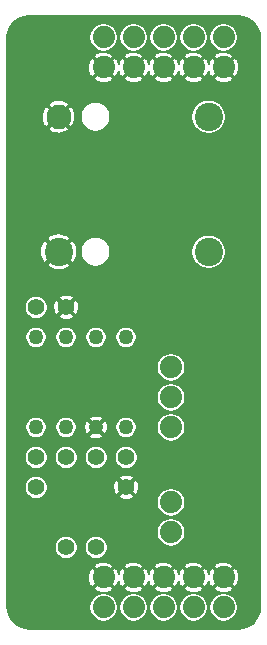
<source format=gbr>
%TF.GenerationSoftware,KiCad,Pcbnew,(5.1.5)-3*%
%TF.CreationDate,2020-03-15T11:37:31-07:00*%
%TF.ProjectId,bbf-audio_out_v1,6262662d-6175-4646-996f-5f6f75745f76,rev?*%
%TF.SameCoordinates,Original*%
%TF.FileFunction,Copper,L2,Bot*%
%TF.FilePolarity,Positive*%
%FSLAX46Y46*%
G04 Gerber Fmt 4.6, Leading zero omitted, Abs format (unit mm)*
G04 Created by KiCad (PCBNEW (5.1.5)-3) date 2020-03-15 11:37:31*
%MOMM*%
%LPD*%
G04 APERTURE LIST*
%TA.AperFunction,ComponentPad*%
%ADD10C,1.879600*%
%TD*%
%TA.AperFunction,ComponentPad*%
%ADD11C,2.400000*%
%TD*%
%TA.AperFunction,ComponentPad*%
%ADD12C,2.100000*%
%TD*%
%TA.AperFunction,ComponentPad*%
%ADD13C,1.270000*%
%TD*%
%TA.AperFunction,ComponentPad*%
%ADD14C,1.422400*%
%TD*%
%TA.AperFunction,Conductor*%
%ADD15C,0.127000*%
%TD*%
G04 APERTURE END LIST*
D10*
%TO.P,JP1,10*%
%TO.N,VCC*%
X156121100Y-80868600D03*
%TO.P,JP1,9*%
%TO.N,GND*%
X156121100Y-83408600D03*
%TO.P,JP1,8*%
%TO.N,VCC*%
X153581100Y-80868600D03*
%TO.P,JP1,7*%
%TO.N,GND*%
X153581100Y-83408600D03*
%TO.P,JP1,6*%
%TO.N,VCC*%
X151041100Y-80868600D03*
%TO.P,JP1,5*%
%TO.N,GND*%
X151041100Y-83408600D03*
%TO.P,JP1,4*%
%TO.N,VCC*%
X148501100Y-80868600D03*
%TO.P,JP1,3*%
%TO.N,GND*%
X148501100Y-83408600D03*
%TO.P,JP1,2*%
%TO.N,VCC*%
X145961100Y-80868600D03*
%TO.P,JP1,1*%
%TO.N,GND*%
X145961100Y-83408600D03*
%TD*%
%TO.P,JP3,10*%
%TO.N,GND*%
X156121100Y-126588600D03*
%TO.P,JP3,9*%
%TO.N,VEE*%
X156121100Y-129128600D03*
%TO.P,JP3,8*%
%TO.N,GND*%
X153581100Y-126588600D03*
%TO.P,JP3,7*%
%TO.N,VEE*%
X153581100Y-129128600D03*
%TO.P,JP3,6*%
%TO.N,GND*%
X151041100Y-126588600D03*
%TO.P,JP3,5*%
%TO.N,VEE*%
X151041100Y-129128600D03*
%TO.P,JP3,4*%
%TO.N,GND*%
X148501100Y-126588600D03*
%TO.P,JP3,3*%
%TO.N,VEE*%
X148501100Y-129128600D03*
%TO.P,JP3,2*%
%TO.N,GND*%
X145961100Y-126588600D03*
%TO.P,JP3,1*%
%TO.N,VEE*%
X145961100Y-129128600D03*
%TD*%
D11*
%TO.P,J5,S*%
%TO.N,GND*%
X142151100Y-99020600D03*
%TO.P,J5,T*%
%TO.N,Net-(J5-PadT)*%
X154851100Y-99020600D03*
%TO.P,J5,TN*%
%TO.N,Net-(J5-PadTN)*%
X154851100Y-87590600D03*
D12*
%TO.P,J5,SN*%
%TO.N,GND*%
X142151100Y-87590600D03*
%TD*%
D13*
%TO.P,IC1,5*%
%TO.N,Net-(IC1-Pad5)*%
X147866100Y-106268600D03*
%TO.P,IC1,6*%
%TO.N,Net-(IC1-Pad6)*%
X145326100Y-106268600D03*
%TO.P,IC1,4*%
%TO.N,VEE*%
X147866100Y-113888600D03*
%TO.P,IC1,3*%
%TO.N,GND*%
X145326100Y-113888600D03*
%TO.P,IC1,8*%
%TO.N,VCC*%
X140246100Y-106268600D03*
%TO.P,IC1,7*%
%TO.N,Net-(IC1-Pad6)*%
X142786100Y-106268600D03*
%TO.P,IC1,2*%
%TO.N,Net-(C1-Pad1)*%
X142786100Y-113888600D03*
%TO.P,IC1,1*%
%TO.N,Net-(C1-Pad2)*%
X140246100Y-113888600D03*
%TD*%
D14*
%TO.P,R1,2*%
%TO.N,Net-(C1-Pad2)*%
X142786100Y-124048600D03*
%TO.P,R1,1*%
%TO.N,Net-(C1-Pad1)*%
X142786100Y-116428600D03*
%TD*%
%TO.P,C1,2*%
%TO.N,Net-(C1-Pad2)*%
X140246100Y-118968600D03*
%TO.P,C1,1*%
%TO.N,Net-(C1-Pad1)*%
X140246100Y-116428600D03*
%TD*%
%TO.P,R2,2*%
%TO.N,Net-(C1-Pad1)*%
X145326100Y-124048600D03*
%TO.P,R2,1*%
%TO.N,Net-(IC1-Pad5)*%
X145326100Y-116428600D03*
%TD*%
D10*
%TO.P,JP2,2*%
%TO.N,Net-(C1-Pad1)*%
X151676100Y-122778600D03*
%TO.P,JP2,1*%
%TO.N,Net-(IC1-Pad5)*%
X151676100Y-120238600D03*
%TD*%
%TO.P,JP4,3*%
%TO.N,Net-(IC1-Pad6)*%
X151676100Y-108808600D03*
%TO.P,JP4,2*%
%TO.N,Net-(J5-PadT)*%
X151676100Y-111348600D03*
%TO.P,JP4,1*%
%TO.N,Net-(C1-Pad2)*%
X151676100Y-113888600D03*
%TD*%
D14*
%TO.P,C2,2*%
%TO.N,VEE*%
X147866100Y-116428600D03*
%TO.P,C2,1*%
%TO.N,GND*%
X147866100Y-118968600D03*
%TD*%
%TO.P,C3,2*%
%TO.N,GND*%
X142786100Y-103728600D03*
%TO.P,C3,1*%
%TO.N,VCC*%
X140246100Y-103728600D03*
%TD*%
D15*
%TO.N,GND*%
G36*
X157751902Y-79096922D02*
G01*
X158089340Y-79198800D01*
X158400568Y-79364283D01*
X158673720Y-79587060D01*
X158898403Y-79858655D01*
X159066055Y-80168719D01*
X159170286Y-80505439D01*
X159207570Y-80860165D01*
X159207600Y-80868908D01*
X159207599Y-129124268D01*
X159172588Y-129481345D01*
X159070144Y-129820652D01*
X158903745Y-130133604D01*
X158679735Y-130408266D01*
X158406636Y-130634194D01*
X158094857Y-130802772D01*
X157756271Y-130907582D01*
X157399605Y-130945070D01*
X157391083Y-130945099D01*
X139718432Y-130945099D01*
X139341348Y-130908126D01*
X138982798Y-130799872D01*
X138652097Y-130624036D01*
X138361857Y-130387321D01*
X138123116Y-130098733D01*
X137944976Y-129769271D01*
X137834222Y-129411483D01*
X137794633Y-129034823D01*
X137794601Y-129025577D01*
X137794601Y-129010085D01*
X144757800Y-129010085D01*
X144757800Y-129247115D01*
X144804042Y-129479590D01*
X144894750Y-129698576D01*
X145026436Y-129895659D01*
X145194041Y-130063264D01*
X145391124Y-130194950D01*
X145610110Y-130285658D01*
X145842585Y-130331900D01*
X146079615Y-130331900D01*
X146312090Y-130285658D01*
X146531076Y-130194950D01*
X146728159Y-130063264D01*
X146895764Y-129895659D01*
X147027450Y-129698576D01*
X147118158Y-129479590D01*
X147164400Y-129247115D01*
X147164400Y-129010085D01*
X147297800Y-129010085D01*
X147297800Y-129247115D01*
X147344042Y-129479590D01*
X147434750Y-129698576D01*
X147566436Y-129895659D01*
X147734041Y-130063264D01*
X147931124Y-130194950D01*
X148150110Y-130285658D01*
X148382585Y-130331900D01*
X148619615Y-130331900D01*
X148852090Y-130285658D01*
X149071076Y-130194950D01*
X149268159Y-130063264D01*
X149435764Y-129895659D01*
X149567450Y-129698576D01*
X149658158Y-129479590D01*
X149704400Y-129247115D01*
X149704400Y-129010085D01*
X149837800Y-129010085D01*
X149837800Y-129247115D01*
X149884042Y-129479590D01*
X149974750Y-129698576D01*
X150106436Y-129895659D01*
X150274041Y-130063264D01*
X150471124Y-130194950D01*
X150690110Y-130285658D01*
X150922585Y-130331900D01*
X151159615Y-130331900D01*
X151392090Y-130285658D01*
X151611076Y-130194950D01*
X151808159Y-130063264D01*
X151975764Y-129895659D01*
X152107450Y-129698576D01*
X152198158Y-129479590D01*
X152244400Y-129247115D01*
X152244400Y-129010085D01*
X152377800Y-129010085D01*
X152377800Y-129247115D01*
X152424042Y-129479590D01*
X152514750Y-129698576D01*
X152646436Y-129895659D01*
X152814041Y-130063264D01*
X153011124Y-130194950D01*
X153230110Y-130285658D01*
X153462585Y-130331900D01*
X153699615Y-130331900D01*
X153932090Y-130285658D01*
X154151076Y-130194950D01*
X154348159Y-130063264D01*
X154515764Y-129895659D01*
X154647450Y-129698576D01*
X154738158Y-129479590D01*
X154784400Y-129247115D01*
X154784400Y-129010085D01*
X154917800Y-129010085D01*
X154917800Y-129247115D01*
X154964042Y-129479590D01*
X155054750Y-129698576D01*
X155186436Y-129895659D01*
X155354041Y-130063264D01*
X155551124Y-130194950D01*
X155770110Y-130285658D01*
X156002585Y-130331900D01*
X156239615Y-130331900D01*
X156472090Y-130285658D01*
X156691076Y-130194950D01*
X156888159Y-130063264D01*
X157055764Y-129895659D01*
X157187450Y-129698576D01*
X157278158Y-129479590D01*
X157324400Y-129247115D01*
X157324400Y-129010085D01*
X157278158Y-128777610D01*
X157187450Y-128558624D01*
X157055764Y-128361541D01*
X156888159Y-128193936D01*
X156691076Y-128062250D01*
X156472090Y-127971542D01*
X156239615Y-127925300D01*
X156002585Y-127925300D01*
X155770110Y-127971542D01*
X155551124Y-128062250D01*
X155354041Y-128193936D01*
X155186436Y-128361541D01*
X155054750Y-128558624D01*
X154964042Y-128777610D01*
X154917800Y-129010085D01*
X154784400Y-129010085D01*
X154738158Y-128777610D01*
X154647450Y-128558624D01*
X154515764Y-128361541D01*
X154348159Y-128193936D01*
X154151076Y-128062250D01*
X153932090Y-127971542D01*
X153699615Y-127925300D01*
X153462585Y-127925300D01*
X153230110Y-127971542D01*
X153011124Y-128062250D01*
X152814041Y-128193936D01*
X152646436Y-128361541D01*
X152514750Y-128558624D01*
X152424042Y-128777610D01*
X152377800Y-129010085D01*
X152244400Y-129010085D01*
X152198158Y-128777610D01*
X152107450Y-128558624D01*
X151975764Y-128361541D01*
X151808159Y-128193936D01*
X151611076Y-128062250D01*
X151392090Y-127971542D01*
X151159615Y-127925300D01*
X150922585Y-127925300D01*
X150690110Y-127971542D01*
X150471124Y-128062250D01*
X150274041Y-128193936D01*
X150106436Y-128361541D01*
X149974750Y-128558624D01*
X149884042Y-128777610D01*
X149837800Y-129010085D01*
X149704400Y-129010085D01*
X149658158Y-128777610D01*
X149567450Y-128558624D01*
X149435764Y-128361541D01*
X149268159Y-128193936D01*
X149071076Y-128062250D01*
X148852090Y-127971542D01*
X148619615Y-127925300D01*
X148382585Y-127925300D01*
X148150110Y-127971542D01*
X147931124Y-128062250D01*
X147734041Y-128193936D01*
X147566436Y-128361541D01*
X147434750Y-128558624D01*
X147344042Y-128777610D01*
X147297800Y-129010085D01*
X147164400Y-129010085D01*
X147118158Y-128777610D01*
X147027450Y-128558624D01*
X146895764Y-128361541D01*
X146728159Y-128193936D01*
X146531076Y-128062250D01*
X146312090Y-127971542D01*
X146079615Y-127925300D01*
X145842585Y-127925300D01*
X145610110Y-127971542D01*
X145391124Y-128062250D01*
X145194041Y-128193936D01*
X145026436Y-128361541D01*
X144894750Y-128558624D01*
X144804042Y-128777610D01*
X144757800Y-129010085D01*
X137794601Y-129010085D01*
X137794601Y-127512817D01*
X145162041Y-127512817D01*
X145262324Y-127700949D01*
X145492759Y-127815900D01*
X145741193Y-127883686D01*
X145998077Y-127901703D01*
X146253541Y-127869258D01*
X146497766Y-127787599D01*
X146659876Y-127700949D01*
X146760159Y-127512817D01*
X147702041Y-127512817D01*
X147802324Y-127700949D01*
X148032759Y-127815900D01*
X148281193Y-127883686D01*
X148538077Y-127901703D01*
X148793541Y-127869258D01*
X149037766Y-127787599D01*
X149199876Y-127700949D01*
X149300159Y-127512817D01*
X150242041Y-127512817D01*
X150342324Y-127700949D01*
X150572759Y-127815900D01*
X150821193Y-127883686D01*
X151078077Y-127901703D01*
X151333541Y-127869258D01*
X151577766Y-127787599D01*
X151739876Y-127700949D01*
X151840159Y-127512817D01*
X152782041Y-127512817D01*
X152882324Y-127700949D01*
X153112759Y-127815900D01*
X153361193Y-127883686D01*
X153618077Y-127901703D01*
X153873541Y-127869258D01*
X154117766Y-127787599D01*
X154279876Y-127700949D01*
X154380159Y-127512817D01*
X155322041Y-127512817D01*
X155422324Y-127700949D01*
X155652759Y-127815900D01*
X155901193Y-127883686D01*
X156158077Y-127901703D01*
X156413541Y-127869258D01*
X156657766Y-127787599D01*
X156819876Y-127700949D01*
X156920159Y-127512817D01*
X156121100Y-126713758D01*
X155322041Y-127512817D01*
X154380159Y-127512817D01*
X153581100Y-126713758D01*
X152782041Y-127512817D01*
X151840159Y-127512817D01*
X151041100Y-126713758D01*
X150242041Y-127512817D01*
X149300159Y-127512817D01*
X148501100Y-126713758D01*
X147702041Y-127512817D01*
X146760159Y-127512817D01*
X145961100Y-126713758D01*
X145162041Y-127512817D01*
X137794601Y-127512817D01*
X137794601Y-126625577D01*
X144647997Y-126625577D01*
X144680442Y-126881041D01*
X144762101Y-127125266D01*
X144848751Y-127287376D01*
X145036883Y-127387659D01*
X145835942Y-126588600D01*
X146086258Y-126588600D01*
X146885317Y-127387659D01*
X147073449Y-127287376D01*
X147188400Y-127056941D01*
X147229226Y-126907313D01*
X147302101Y-127125266D01*
X147388751Y-127287376D01*
X147576883Y-127387659D01*
X148375942Y-126588600D01*
X148626258Y-126588600D01*
X149425317Y-127387659D01*
X149613449Y-127287376D01*
X149728400Y-127056941D01*
X149769226Y-126907313D01*
X149842101Y-127125266D01*
X149928751Y-127287376D01*
X150116883Y-127387659D01*
X150915942Y-126588600D01*
X151166258Y-126588600D01*
X151965317Y-127387659D01*
X152153449Y-127287376D01*
X152268400Y-127056941D01*
X152309226Y-126907313D01*
X152382101Y-127125266D01*
X152468751Y-127287376D01*
X152656883Y-127387659D01*
X153455942Y-126588600D01*
X153706258Y-126588600D01*
X154505317Y-127387659D01*
X154693449Y-127287376D01*
X154808400Y-127056941D01*
X154849226Y-126907313D01*
X154922101Y-127125266D01*
X155008751Y-127287376D01*
X155196883Y-127387659D01*
X155995942Y-126588600D01*
X156246258Y-126588600D01*
X157045317Y-127387659D01*
X157233449Y-127287376D01*
X157348400Y-127056941D01*
X157416186Y-126808507D01*
X157434203Y-126551623D01*
X157401758Y-126296159D01*
X157320099Y-126051934D01*
X157233449Y-125889824D01*
X157045317Y-125789541D01*
X156246258Y-126588600D01*
X155995942Y-126588600D01*
X155196883Y-125789541D01*
X155008751Y-125889824D01*
X154893800Y-126120259D01*
X154852974Y-126269887D01*
X154780099Y-126051934D01*
X154693449Y-125889824D01*
X154505317Y-125789541D01*
X153706258Y-126588600D01*
X153455942Y-126588600D01*
X152656883Y-125789541D01*
X152468751Y-125889824D01*
X152353800Y-126120259D01*
X152312974Y-126269887D01*
X152240099Y-126051934D01*
X152153449Y-125889824D01*
X151965317Y-125789541D01*
X151166258Y-126588600D01*
X150915942Y-126588600D01*
X150116883Y-125789541D01*
X149928751Y-125889824D01*
X149813800Y-126120259D01*
X149772974Y-126269887D01*
X149700099Y-126051934D01*
X149613449Y-125889824D01*
X149425317Y-125789541D01*
X148626258Y-126588600D01*
X148375942Y-126588600D01*
X147576883Y-125789541D01*
X147388751Y-125889824D01*
X147273800Y-126120259D01*
X147232974Y-126269887D01*
X147160099Y-126051934D01*
X147073449Y-125889824D01*
X146885317Y-125789541D01*
X146086258Y-126588600D01*
X145835942Y-126588600D01*
X145036883Y-125789541D01*
X144848751Y-125889824D01*
X144733800Y-126120259D01*
X144666014Y-126368693D01*
X144647997Y-126625577D01*
X137794601Y-126625577D01*
X137794601Y-125664383D01*
X145162041Y-125664383D01*
X145961100Y-126463442D01*
X146760159Y-125664383D01*
X147702041Y-125664383D01*
X148501100Y-126463442D01*
X149300159Y-125664383D01*
X150242041Y-125664383D01*
X151041100Y-126463442D01*
X151840159Y-125664383D01*
X152782041Y-125664383D01*
X153581100Y-126463442D01*
X154380159Y-125664383D01*
X155322041Y-125664383D01*
X156121100Y-126463442D01*
X156920159Y-125664383D01*
X156819876Y-125476251D01*
X156589441Y-125361300D01*
X156341007Y-125293514D01*
X156084123Y-125275497D01*
X155828659Y-125307942D01*
X155584434Y-125389601D01*
X155422324Y-125476251D01*
X155322041Y-125664383D01*
X154380159Y-125664383D01*
X154279876Y-125476251D01*
X154049441Y-125361300D01*
X153801007Y-125293514D01*
X153544123Y-125275497D01*
X153288659Y-125307942D01*
X153044434Y-125389601D01*
X152882324Y-125476251D01*
X152782041Y-125664383D01*
X151840159Y-125664383D01*
X151739876Y-125476251D01*
X151509441Y-125361300D01*
X151261007Y-125293514D01*
X151004123Y-125275497D01*
X150748659Y-125307942D01*
X150504434Y-125389601D01*
X150342324Y-125476251D01*
X150242041Y-125664383D01*
X149300159Y-125664383D01*
X149199876Y-125476251D01*
X148969441Y-125361300D01*
X148721007Y-125293514D01*
X148464123Y-125275497D01*
X148208659Y-125307942D01*
X147964434Y-125389601D01*
X147802324Y-125476251D01*
X147702041Y-125664383D01*
X146760159Y-125664383D01*
X146659876Y-125476251D01*
X146429441Y-125361300D01*
X146181007Y-125293514D01*
X145924123Y-125275497D01*
X145668659Y-125307942D01*
X145424434Y-125389601D01*
X145262324Y-125476251D01*
X145162041Y-125664383D01*
X137794601Y-125664383D01*
X137794601Y-123952600D01*
X141811400Y-123952600D01*
X141811400Y-124144600D01*
X141848857Y-124332909D01*
X141922332Y-124510294D01*
X142029001Y-124669935D01*
X142164765Y-124805699D01*
X142324406Y-124912368D01*
X142501791Y-124985843D01*
X142690100Y-125023300D01*
X142882100Y-125023300D01*
X143070409Y-124985843D01*
X143247794Y-124912368D01*
X143407435Y-124805699D01*
X143543199Y-124669935D01*
X143649868Y-124510294D01*
X143723343Y-124332909D01*
X143760800Y-124144600D01*
X143760800Y-123952600D01*
X144351400Y-123952600D01*
X144351400Y-124144600D01*
X144388857Y-124332909D01*
X144462332Y-124510294D01*
X144569001Y-124669935D01*
X144704765Y-124805699D01*
X144864406Y-124912368D01*
X145041791Y-124985843D01*
X145230100Y-125023300D01*
X145422100Y-125023300D01*
X145610409Y-124985843D01*
X145787794Y-124912368D01*
X145947435Y-124805699D01*
X146083199Y-124669935D01*
X146189868Y-124510294D01*
X146263343Y-124332909D01*
X146300800Y-124144600D01*
X146300800Y-123952600D01*
X146263343Y-123764291D01*
X146189868Y-123586906D01*
X146083199Y-123427265D01*
X145947435Y-123291501D01*
X145787794Y-123184832D01*
X145610409Y-123111357D01*
X145422100Y-123073900D01*
X145230100Y-123073900D01*
X145041791Y-123111357D01*
X144864406Y-123184832D01*
X144704765Y-123291501D01*
X144569001Y-123427265D01*
X144462332Y-123586906D01*
X144388857Y-123764291D01*
X144351400Y-123952600D01*
X143760800Y-123952600D01*
X143723343Y-123764291D01*
X143649868Y-123586906D01*
X143543199Y-123427265D01*
X143407435Y-123291501D01*
X143247794Y-123184832D01*
X143070409Y-123111357D01*
X142882100Y-123073900D01*
X142690100Y-123073900D01*
X142501791Y-123111357D01*
X142324406Y-123184832D01*
X142164765Y-123291501D01*
X142029001Y-123427265D01*
X141922332Y-123586906D01*
X141848857Y-123764291D01*
X141811400Y-123952600D01*
X137794601Y-123952600D01*
X137794601Y-122660085D01*
X150472800Y-122660085D01*
X150472800Y-122897115D01*
X150519042Y-123129590D01*
X150609750Y-123348576D01*
X150741436Y-123545659D01*
X150909041Y-123713264D01*
X151106124Y-123844950D01*
X151325110Y-123935658D01*
X151557585Y-123981900D01*
X151794615Y-123981900D01*
X152027090Y-123935658D01*
X152246076Y-123844950D01*
X152443159Y-123713264D01*
X152610764Y-123545659D01*
X152742450Y-123348576D01*
X152833158Y-123129590D01*
X152879400Y-122897115D01*
X152879400Y-122660085D01*
X152833158Y-122427610D01*
X152742450Y-122208624D01*
X152610764Y-122011541D01*
X152443159Y-121843936D01*
X152246076Y-121712250D01*
X152027090Y-121621542D01*
X151794615Y-121575300D01*
X151557585Y-121575300D01*
X151325110Y-121621542D01*
X151106124Y-121712250D01*
X150909041Y-121843936D01*
X150741436Y-122011541D01*
X150609750Y-122208624D01*
X150519042Y-122427610D01*
X150472800Y-122660085D01*
X137794601Y-122660085D01*
X137794601Y-120120085D01*
X150472800Y-120120085D01*
X150472800Y-120357115D01*
X150519042Y-120589590D01*
X150609750Y-120808576D01*
X150741436Y-121005659D01*
X150909041Y-121173264D01*
X151106124Y-121304950D01*
X151325110Y-121395658D01*
X151557585Y-121441900D01*
X151794615Y-121441900D01*
X152027090Y-121395658D01*
X152246076Y-121304950D01*
X152443159Y-121173264D01*
X152610764Y-121005659D01*
X152742450Y-120808576D01*
X152833158Y-120589590D01*
X152879400Y-120357115D01*
X152879400Y-120120085D01*
X152833158Y-119887610D01*
X152742450Y-119668624D01*
X152610764Y-119471541D01*
X152443159Y-119303936D01*
X152246076Y-119172250D01*
X152027090Y-119081542D01*
X151794615Y-119035300D01*
X151557585Y-119035300D01*
X151325110Y-119081542D01*
X151106124Y-119172250D01*
X150909041Y-119303936D01*
X150741436Y-119471541D01*
X150609750Y-119668624D01*
X150519042Y-119887610D01*
X150472800Y-120120085D01*
X137794601Y-120120085D01*
X137794601Y-118872600D01*
X139271400Y-118872600D01*
X139271400Y-119064600D01*
X139308857Y-119252909D01*
X139382332Y-119430294D01*
X139489001Y-119589935D01*
X139624765Y-119725699D01*
X139784406Y-119832368D01*
X139961791Y-119905843D01*
X140150100Y-119943300D01*
X140342100Y-119943300D01*
X140530409Y-119905843D01*
X140707794Y-119832368D01*
X140861203Y-119729863D01*
X147229995Y-119729863D01*
X147302714Y-119894600D01*
X147494194Y-119986719D01*
X147699965Y-120039711D01*
X147912121Y-120051541D01*
X148122509Y-120021754D01*
X148323042Y-119951495D01*
X148429486Y-119894600D01*
X148502205Y-119729863D01*
X147866100Y-119093758D01*
X147229995Y-119729863D01*
X140861203Y-119729863D01*
X140867435Y-119725699D01*
X141003199Y-119589935D01*
X141109868Y-119430294D01*
X141183343Y-119252909D01*
X141220800Y-119064600D01*
X141220800Y-119014621D01*
X146783159Y-119014621D01*
X146812946Y-119225009D01*
X146883205Y-119425542D01*
X146940100Y-119531986D01*
X147104837Y-119604705D01*
X147740942Y-118968600D01*
X147991258Y-118968600D01*
X148627363Y-119604705D01*
X148792100Y-119531986D01*
X148884219Y-119340506D01*
X148937211Y-119134735D01*
X148949041Y-118922579D01*
X148919254Y-118712191D01*
X148848995Y-118511658D01*
X148792100Y-118405214D01*
X148627363Y-118332495D01*
X147991258Y-118968600D01*
X147740942Y-118968600D01*
X147104837Y-118332495D01*
X146940100Y-118405214D01*
X146847981Y-118596694D01*
X146794989Y-118802465D01*
X146783159Y-119014621D01*
X141220800Y-119014621D01*
X141220800Y-118872600D01*
X141183343Y-118684291D01*
X141109868Y-118506906D01*
X141003199Y-118347265D01*
X140867435Y-118211501D01*
X140861204Y-118207337D01*
X147229995Y-118207337D01*
X147866100Y-118843442D01*
X148502205Y-118207337D01*
X148429486Y-118042600D01*
X148238006Y-117950481D01*
X148032235Y-117897489D01*
X147820079Y-117885659D01*
X147609691Y-117915446D01*
X147409158Y-117985705D01*
X147302714Y-118042600D01*
X147229995Y-118207337D01*
X140861204Y-118207337D01*
X140707794Y-118104832D01*
X140530409Y-118031357D01*
X140342100Y-117993900D01*
X140150100Y-117993900D01*
X139961791Y-118031357D01*
X139784406Y-118104832D01*
X139624765Y-118211501D01*
X139489001Y-118347265D01*
X139382332Y-118506906D01*
X139308857Y-118684291D01*
X139271400Y-118872600D01*
X137794601Y-118872600D01*
X137794601Y-116332600D01*
X139271400Y-116332600D01*
X139271400Y-116524600D01*
X139308857Y-116712909D01*
X139382332Y-116890294D01*
X139489001Y-117049935D01*
X139624765Y-117185699D01*
X139784406Y-117292368D01*
X139961791Y-117365843D01*
X140150100Y-117403300D01*
X140342100Y-117403300D01*
X140530409Y-117365843D01*
X140707794Y-117292368D01*
X140867435Y-117185699D01*
X141003199Y-117049935D01*
X141109868Y-116890294D01*
X141183343Y-116712909D01*
X141220800Y-116524600D01*
X141220800Y-116332600D01*
X141811400Y-116332600D01*
X141811400Y-116524600D01*
X141848857Y-116712909D01*
X141922332Y-116890294D01*
X142029001Y-117049935D01*
X142164765Y-117185699D01*
X142324406Y-117292368D01*
X142501791Y-117365843D01*
X142690100Y-117403300D01*
X142882100Y-117403300D01*
X143070409Y-117365843D01*
X143247794Y-117292368D01*
X143407435Y-117185699D01*
X143543199Y-117049935D01*
X143649868Y-116890294D01*
X143723343Y-116712909D01*
X143760800Y-116524600D01*
X143760800Y-116332600D01*
X144351400Y-116332600D01*
X144351400Y-116524600D01*
X144388857Y-116712909D01*
X144462332Y-116890294D01*
X144569001Y-117049935D01*
X144704765Y-117185699D01*
X144864406Y-117292368D01*
X145041791Y-117365843D01*
X145230100Y-117403300D01*
X145422100Y-117403300D01*
X145610409Y-117365843D01*
X145787794Y-117292368D01*
X145947435Y-117185699D01*
X146083199Y-117049935D01*
X146189868Y-116890294D01*
X146263343Y-116712909D01*
X146300800Y-116524600D01*
X146300800Y-116332600D01*
X146891400Y-116332600D01*
X146891400Y-116524600D01*
X146928857Y-116712909D01*
X147002332Y-116890294D01*
X147109001Y-117049935D01*
X147244765Y-117185699D01*
X147404406Y-117292368D01*
X147581791Y-117365843D01*
X147770100Y-117403300D01*
X147962100Y-117403300D01*
X148150409Y-117365843D01*
X148327794Y-117292368D01*
X148487435Y-117185699D01*
X148623199Y-117049935D01*
X148729868Y-116890294D01*
X148803343Y-116712909D01*
X148840800Y-116524600D01*
X148840800Y-116332600D01*
X148803343Y-116144291D01*
X148729868Y-115966906D01*
X148623199Y-115807265D01*
X148487435Y-115671501D01*
X148327794Y-115564832D01*
X148150409Y-115491357D01*
X147962100Y-115453900D01*
X147770100Y-115453900D01*
X147581791Y-115491357D01*
X147404406Y-115564832D01*
X147244765Y-115671501D01*
X147109001Y-115807265D01*
X147002332Y-115966906D01*
X146928857Y-116144291D01*
X146891400Y-116332600D01*
X146300800Y-116332600D01*
X146263343Y-116144291D01*
X146189868Y-115966906D01*
X146083199Y-115807265D01*
X145947435Y-115671501D01*
X145787794Y-115564832D01*
X145610409Y-115491357D01*
X145422100Y-115453900D01*
X145230100Y-115453900D01*
X145041791Y-115491357D01*
X144864406Y-115564832D01*
X144704765Y-115671501D01*
X144569001Y-115807265D01*
X144462332Y-115966906D01*
X144388857Y-116144291D01*
X144351400Y-116332600D01*
X143760800Y-116332600D01*
X143723343Y-116144291D01*
X143649868Y-115966906D01*
X143543199Y-115807265D01*
X143407435Y-115671501D01*
X143247794Y-115564832D01*
X143070409Y-115491357D01*
X142882100Y-115453900D01*
X142690100Y-115453900D01*
X142501791Y-115491357D01*
X142324406Y-115564832D01*
X142164765Y-115671501D01*
X142029001Y-115807265D01*
X141922332Y-115966906D01*
X141848857Y-116144291D01*
X141811400Y-116332600D01*
X141220800Y-116332600D01*
X141183343Y-116144291D01*
X141109868Y-115966906D01*
X141003199Y-115807265D01*
X140867435Y-115671501D01*
X140707794Y-115564832D01*
X140530409Y-115491357D01*
X140342100Y-115453900D01*
X140150100Y-115453900D01*
X139961791Y-115491357D01*
X139784406Y-115564832D01*
X139624765Y-115671501D01*
X139489001Y-115807265D01*
X139382332Y-115966906D01*
X139308857Y-116144291D01*
X139271400Y-116332600D01*
X137794601Y-116332600D01*
X137794601Y-113800106D01*
X139347600Y-113800106D01*
X139347600Y-113977094D01*
X139382129Y-114150683D01*
X139449860Y-114314199D01*
X139548190Y-114461360D01*
X139673340Y-114586510D01*
X139820501Y-114684840D01*
X139984017Y-114752571D01*
X140157606Y-114787100D01*
X140334594Y-114787100D01*
X140508183Y-114752571D01*
X140671699Y-114684840D01*
X140818860Y-114586510D01*
X140944010Y-114461360D01*
X141042340Y-114314199D01*
X141110071Y-114150683D01*
X141144600Y-113977094D01*
X141144600Y-113800106D01*
X141887600Y-113800106D01*
X141887600Y-113977094D01*
X141922129Y-114150683D01*
X141989860Y-114314199D01*
X142088190Y-114461360D01*
X142213340Y-114586510D01*
X142360501Y-114684840D01*
X142524017Y-114752571D01*
X142697606Y-114787100D01*
X142874594Y-114787100D01*
X143048183Y-114752571D01*
X143211699Y-114684840D01*
X143345426Y-114595486D01*
X144744372Y-114595486D01*
X144807882Y-114752432D01*
X144986365Y-114836933D01*
X145177904Y-114884991D01*
X145375137Y-114894757D01*
X145570487Y-114865858D01*
X145756444Y-114799402D01*
X145844318Y-114752432D01*
X145907828Y-114595486D01*
X145326100Y-114013758D01*
X144744372Y-114595486D01*
X143345426Y-114595486D01*
X143358860Y-114586510D01*
X143484010Y-114461360D01*
X143582340Y-114314199D01*
X143650071Y-114150683D01*
X143684600Y-113977094D01*
X143684600Y-113937637D01*
X144319943Y-113937637D01*
X144348842Y-114132987D01*
X144415298Y-114318944D01*
X144462268Y-114406818D01*
X144619214Y-114470328D01*
X145200942Y-113888600D01*
X145451258Y-113888600D01*
X146032986Y-114470328D01*
X146189932Y-114406818D01*
X146274433Y-114228335D01*
X146322491Y-114036796D01*
X146332257Y-113839563D01*
X146326420Y-113800106D01*
X146967600Y-113800106D01*
X146967600Y-113977094D01*
X147002129Y-114150683D01*
X147069860Y-114314199D01*
X147168190Y-114461360D01*
X147293340Y-114586510D01*
X147440501Y-114684840D01*
X147604017Y-114752571D01*
X147777606Y-114787100D01*
X147954594Y-114787100D01*
X148128183Y-114752571D01*
X148291699Y-114684840D01*
X148438860Y-114586510D01*
X148564010Y-114461360D01*
X148662340Y-114314199D01*
X148730071Y-114150683D01*
X148764600Y-113977094D01*
X148764600Y-113800106D01*
X148758629Y-113770085D01*
X150472800Y-113770085D01*
X150472800Y-114007115D01*
X150519042Y-114239590D01*
X150609750Y-114458576D01*
X150741436Y-114655659D01*
X150909041Y-114823264D01*
X151106124Y-114954950D01*
X151325110Y-115045658D01*
X151557585Y-115091900D01*
X151794615Y-115091900D01*
X152027090Y-115045658D01*
X152246076Y-114954950D01*
X152443159Y-114823264D01*
X152610764Y-114655659D01*
X152742450Y-114458576D01*
X152833158Y-114239590D01*
X152879400Y-114007115D01*
X152879400Y-113770085D01*
X152833158Y-113537610D01*
X152742450Y-113318624D01*
X152610764Y-113121541D01*
X152443159Y-112953936D01*
X152246076Y-112822250D01*
X152027090Y-112731542D01*
X151794615Y-112685300D01*
X151557585Y-112685300D01*
X151325110Y-112731542D01*
X151106124Y-112822250D01*
X150909041Y-112953936D01*
X150741436Y-113121541D01*
X150609750Y-113318624D01*
X150519042Y-113537610D01*
X150472800Y-113770085D01*
X148758629Y-113770085D01*
X148730071Y-113626517D01*
X148662340Y-113463001D01*
X148564010Y-113315840D01*
X148438860Y-113190690D01*
X148291699Y-113092360D01*
X148128183Y-113024629D01*
X147954594Y-112990100D01*
X147777606Y-112990100D01*
X147604017Y-113024629D01*
X147440501Y-113092360D01*
X147293340Y-113190690D01*
X147168190Y-113315840D01*
X147069860Y-113463001D01*
X147002129Y-113626517D01*
X146967600Y-113800106D01*
X146326420Y-113800106D01*
X146303358Y-113644213D01*
X146236902Y-113458256D01*
X146189932Y-113370382D01*
X146032986Y-113306872D01*
X145451258Y-113888600D01*
X145200942Y-113888600D01*
X144619214Y-113306872D01*
X144462268Y-113370382D01*
X144377767Y-113548865D01*
X144329709Y-113740404D01*
X144319943Y-113937637D01*
X143684600Y-113937637D01*
X143684600Y-113800106D01*
X143650071Y-113626517D01*
X143582340Y-113463001D01*
X143484010Y-113315840D01*
X143358860Y-113190690D01*
X143345427Y-113181714D01*
X144744372Y-113181714D01*
X145326100Y-113763442D01*
X145907828Y-113181714D01*
X145844318Y-113024768D01*
X145665835Y-112940267D01*
X145474296Y-112892209D01*
X145277063Y-112882443D01*
X145081713Y-112911342D01*
X144895756Y-112977798D01*
X144807882Y-113024768D01*
X144744372Y-113181714D01*
X143345427Y-113181714D01*
X143211699Y-113092360D01*
X143048183Y-113024629D01*
X142874594Y-112990100D01*
X142697606Y-112990100D01*
X142524017Y-113024629D01*
X142360501Y-113092360D01*
X142213340Y-113190690D01*
X142088190Y-113315840D01*
X141989860Y-113463001D01*
X141922129Y-113626517D01*
X141887600Y-113800106D01*
X141144600Y-113800106D01*
X141110071Y-113626517D01*
X141042340Y-113463001D01*
X140944010Y-113315840D01*
X140818860Y-113190690D01*
X140671699Y-113092360D01*
X140508183Y-113024629D01*
X140334594Y-112990100D01*
X140157606Y-112990100D01*
X139984017Y-113024629D01*
X139820501Y-113092360D01*
X139673340Y-113190690D01*
X139548190Y-113315840D01*
X139449860Y-113463001D01*
X139382129Y-113626517D01*
X139347600Y-113800106D01*
X137794601Y-113800106D01*
X137794601Y-111230085D01*
X150472800Y-111230085D01*
X150472800Y-111467115D01*
X150519042Y-111699590D01*
X150609750Y-111918576D01*
X150741436Y-112115659D01*
X150909041Y-112283264D01*
X151106124Y-112414950D01*
X151325110Y-112505658D01*
X151557585Y-112551900D01*
X151794615Y-112551900D01*
X152027090Y-112505658D01*
X152246076Y-112414950D01*
X152443159Y-112283264D01*
X152610764Y-112115659D01*
X152742450Y-111918576D01*
X152833158Y-111699590D01*
X152879400Y-111467115D01*
X152879400Y-111230085D01*
X152833158Y-110997610D01*
X152742450Y-110778624D01*
X152610764Y-110581541D01*
X152443159Y-110413936D01*
X152246076Y-110282250D01*
X152027090Y-110191542D01*
X151794615Y-110145300D01*
X151557585Y-110145300D01*
X151325110Y-110191542D01*
X151106124Y-110282250D01*
X150909041Y-110413936D01*
X150741436Y-110581541D01*
X150609750Y-110778624D01*
X150519042Y-110997610D01*
X150472800Y-111230085D01*
X137794601Y-111230085D01*
X137794601Y-108690085D01*
X150472800Y-108690085D01*
X150472800Y-108927115D01*
X150519042Y-109159590D01*
X150609750Y-109378576D01*
X150741436Y-109575659D01*
X150909041Y-109743264D01*
X151106124Y-109874950D01*
X151325110Y-109965658D01*
X151557585Y-110011900D01*
X151794615Y-110011900D01*
X152027090Y-109965658D01*
X152246076Y-109874950D01*
X152443159Y-109743264D01*
X152610764Y-109575659D01*
X152742450Y-109378576D01*
X152833158Y-109159590D01*
X152879400Y-108927115D01*
X152879400Y-108690085D01*
X152833158Y-108457610D01*
X152742450Y-108238624D01*
X152610764Y-108041541D01*
X152443159Y-107873936D01*
X152246076Y-107742250D01*
X152027090Y-107651542D01*
X151794615Y-107605300D01*
X151557585Y-107605300D01*
X151325110Y-107651542D01*
X151106124Y-107742250D01*
X150909041Y-107873936D01*
X150741436Y-108041541D01*
X150609750Y-108238624D01*
X150519042Y-108457610D01*
X150472800Y-108690085D01*
X137794601Y-108690085D01*
X137794601Y-106180106D01*
X139347600Y-106180106D01*
X139347600Y-106357094D01*
X139382129Y-106530683D01*
X139449860Y-106694199D01*
X139548190Y-106841360D01*
X139673340Y-106966510D01*
X139820501Y-107064840D01*
X139984017Y-107132571D01*
X140157606Y-107167100D01*
X140334594Y-107167100D01*
X140508183Y-107132571D01*
X140671699Y-107064840D01*
X140818860Y-106966510D01*
X140944010Y-106841360D01*
X141042340Y-106694199D01*
X141110071Y-106530683D01*
X141144600Y-106357094D01*
X141144600Y-106180106D01*
X141887600Y-106180106D01*
X141887600Y-106357094D01*
X141922129Y-106530683D01*
X141989860Y-106694199D01*
X142088190Y-106841360D01*
X142213340Y-106966510D01*
X142360501Y-107064840D01*
X142524017Y-107132571D01*
X142697606Y-107167100D01*
X142874594Y-107167100D01*
X143048183Y-107132571D01*
X143211699Y-107064840D01*
X143358860Y-106966510D01*
X143484010Y-106841360D01*
X143582340Y-106694199D01*
X143650071Y-106530683D01*
X143684600Y-106357094D01*
X143684600Y-106180106D01*
X144427600Y-106180106D01*
X144427600Y-106357094D01*
X144462129Y-106530683D01*
X144529860Y-106694199D01*
X144628190Y-106841360D01*
X144753340Y-106966510D01*
X144900501Y-107064840D01*
X145064017Y-107132571D01*
X145237606Y-107167100D01*
X145414594Y-107167100D01*
X145588183Y-107132571D01*
X145751699Y-107064840D01*
X145898860Y-106966510D01*
X146024010Y-106841360D01*
X146122340Y-106694199D01*
X146190071Y-106530683D01*
X146224600Y-106357094D01*
X146224600Y-106180106D01*
X146967600Y-106180106D01*
X146967600Y-106357094D01*
X147002129Y-106530683D01*
X147069860Y-106694199D01*
X147168190Y-106841360D01*
X147293340Y-106966510D01*
X147440501Y-107064840D01*
X147604017Y-107132571D01*
X147777606Y-107167100D01*
X147954594Y-107167100D01*
X148128183Y-107132571D01*
X148291699Y-107064840D01*
X148438860Y-106966510D01*
X148564010Y-106841360D01*
X148662340Y-106694199D01*
X148730071Y-106530683D01*
X148764600Y-106357094D01*
X148764600Y-106180106D01*
X148730071Y-106006517D01*
X148662340Y-105843001D01*
X148564010Y-105695840D01*
X148438860Y-105570690D01*
X148291699Y-105472360D01*
X148128183Y-105404629D01*
X147954594Y-105370100D01*
X147777606Y-105370100D01*
X147604017Y-105404629D01*
X147440501Y-105472360D01*
X147293340Y-105570690D01*
X147168190Y-105695840D01*
X147069860Y-105843001D01*
X147002129Y-106006517D01*
X146967600Y-106180106D01*
X146224600Y-106180106D01*
X146190071Y-106006517D01*
X146122340Y-105843001D01*
X146024010Y-105695840D01*
X145898860Y-105570690D01*
X145751699Y-105472360D01*
X145588183Y-105404629D01*
X145414594Y-105370100D01*
X145237606Y-105370100D01*
X145064017Y-105404629D01*
X144900501Y-105472360D01*
X144753340Y-105570690D01*
X144628190Y-105695840D01*
X144529860Y-105843001D01*
X144462129Y-106006517D01*
X144427600Y-106180106D01*
X143684600Y-106180106D01*
X143650071Y-106006517D01*
X143582340Y-105843001D01*
X143484010Y-105695840D01*
X143358860Y-105570690D01*
X143211699Y-105472360D01*
X143048183Y-105404629D01*
X142874594Y-105370100D01*
X142697606Y-105370100D01*
X142524017Y-105404629D01*
X142360501Y-105472360D01*
X142213340Y-105570690D01*
X142088190Y-105695840D01*
X141989860Y-105843001D01*
X141922129Y-106006517D01*
X141887600Y-106180106D01*
X141144600Y-106180106D01*
X141110071Y-106006517D01*
X141042340Y-105843001D01*
X140944010Y-105695840D01*
X140818860Y-105570690D01*
X140671699Y-105472360D01*
X140508183Y-105404629D01*
X140334594Y-105370100D01*
X140157606Y-105370100D01*
X139984017Y-105404629D01*
X139820501Y-105472360D01*
X139673340Y-105570690D01*
X139548190Y-105695840D01*
X139449860Y-105843001D01*
X139382129Y-106006517D01*
X139347600Y-106180106D01*
X137794601Y-106180106D01*
X137794601Y-103632600D01*
X139271400Y-103632600D01*
X139271400Y-103824600D01*
X139308857Y-104012909D01*
X139382332Y-104190294D01*
X139489001Y-104349935D01*
X139624765Y-104485699D01*
X139784406Y-104592368D01*
X139961791Y-104665843D01*
X140150100Y-104703300D01*
X140342100Y-104703300D01*
X140530409Y-104665843D01*
X140707794Y-104592368D01*
X140861203Y-104489863D01*
X142149995Y-104489863D01*
X142222714Y-104654600D01*
X142414194Y-104746719D01*
X142619965Y-104799711D01*
X142832121Y-104811541D01*
X143042509Y-104781754D01*
X143243042Y-104711495D01*
X143349486Y-104654600D01*
X143422205Y-104489863D01*
X142786100Y-103853758D01*
X142149995Y-104489863D01*
X140861203Y-104489863D01*
X140867435Y-104485699D01*
X141003199Y-104349935D01*
X141109868Y-104190294D01*
X141183343Y-104012909D01*
X141220800Y-103824600D01*
X141220800Y-103774621D01*
X141703159Y-103774621D01*
X141732946Y-103985009D01*
X141803205Y-104185542D01*
X141860100Y-104291986D01*
X142024837Y-104364705D01*
X142660942Y-103728600D01*
X142911258Y-103728600D01*
X143547363Y-104364705D01*
X143712100Y-104291986D01*
X143804219Y-104100506D01*
X143857211Y-103894735D01*
X143869041Y-103682579D01*
X143839254Y-103472191D01*
X143768995Y-103271658D01*
X143712100Y-103165214D01*
X143547363Y-103092495D01*
X142911258Y-103728600D01*
X142660942Y-103728600D01*
X142024837Y-103092495D01*
X141860100Y-103165214D01*
X141767981Y-103356694D01*
X141714989Y-103562465D01*
X141703159Y-103774621D01*
X141220800Y-103774621D01*
X141220800Y-103632600D01*
X141183343Y-103444291D01*
X141109868Y-103266906D01*
X141003199Y-103107265D01*
X140867435Y-102971501D01*
X140861204Y-102967337D01*
X142149995Y-102967337D01*
X142786100Y-103603442D01*
X143422205Y-102967337D01*
X143349486Y-102802600D01*
X143158006Y-102710481D01*
X142952235Y-102657489D01*
X142740079Y-102645659D01*
X142529691Y-102675446D01*
X142329158Y-102745705D01*
X142222714Y-102802600D01*
X142149995Y-102967337D01*
X140861204Y-102967337D01*
X140707794Y-102864832D01*
X140530409Y-102791357D01*
X140342100Y-102753900D01*
X140150100Y-102753900D01*
X139961791Y-102791357D01*
X139784406Y-102864832D01*
X139624765Y-102971501D01*
X139489001Y-103107265D01*
X139382332Y-103266906D01*
X139308857Y-103444291D01*
X139271400Y-103632600D01*
X137794601Y-103632600D01*
X137794601Y-100130097D01*
X141166761Y-100130097D01*
X141298350Y-100344876D01*
X141573089Y-100485794D01*
X141870040Y-100570405D01*
X142177793Y-100595458D01*
X142484519Y-100559990D01*
X142778433Y-100465364D01*
X143003850Y-100344876D01*
X143135439Y-100130097D01*
X142151100Y-99145758D01*
X141166761Y-100130097D01*
X137794601Y-100130097D01*
X137794601Y-99047293D01*
X140576242Y-99047293D01*
X140611710Y-99354019D01*
X140706336Y-99647933D01*
X140826824Y-99873350D01*
X141041603Y-100004939D01*
X142025942Y-99020600D01*
X142276258Y-99020600D01*
X143260597Y-100004939D01*
X143475376Y-99873350D01*
X143616294Y-99598611D01*
X143700905Y-99301660D01*
X143725958Y-98993907D01*
X143714655Y-98896156D01*
X144019600Y-98896156D01*
X144019600Y-99145044D01*
X144068155Y-99389149D01*
X144163400Y-99619092D01*
X144301675Y-99826035D01*
X144477665Y-100002025D01*
X144684608Y-100140300D01*
X144914551Y-100235545D01*
X145158656Y-100284100D01*
X145407544Y-100284100D01*
X145651649Y-100235545D01*
X145881592Y-100140300D01*
X146088535Y-100002025D01*
X146264525Y-99826035D01*
X146402800Y-99619092D01*
X146498045Y-99389149D01*
X146546600Y-99145044D01*
X146546600Y-98896156D01*
X146542682Y-98876458D01*
X153387600Y-98876458D01*
X153387600Y-99164742D01*
X153443842Y-99447487D01*
X153554163Y-99713827D01*
X153714326Y-99953527D01*
X153918173Y-100157374D01*
X154157873Y-100317537D01*
X154424213Y-100427858D01*
X154706958Y-100484100D01*
X154995242Y-100484100D01*
X155277987Y-100427858D01*
X155544327Y-100317537D01*
X155784027Y-100157374D01*
X155987874Y-99953527D01*
X156148037Y-99713827D01*
X156258358Y-99447487D01*
X156314600Y-99164742D01*
X156314600Y-98876458D01*
X156258358Y-98593713D01*
X156148037Y-98327373D01*
X155987874Y-98087673D01*
X155784027Y-97883826D01*
X155544327Y-97723663D01*
X155277987Y-97613342D01*
X154995242Y-97557100D01*
X154706958Y-97557100D01*
X154424213Y-97613342D01*
X154157873Y-97723663D01*
X153918173Y-97883826D01*
X153714326Y-98087673D01*
X153554163Y-98327373D01*
X153443842Y-98593713D01*
X153387600Y-98876458D01*
X146542682Y-98876458D01*
X146498045Y-98652051D01*
X146402800Y-98422108D01*
X146264525Y-98215165D01*
X146088535Y-98039175D01*
X145881592Y-97900900D01*
X145651649Y-97805655D01*
X145407544Y-97757100D01*
X145158656Y-97757100D01*
X144914551Y-97805655D01*
X144684608Y-97900900D01*
X144477665Y-98039175D01*
X144301675Y-98215165D01*
X144163400Y-98422108D01*
X144068155Y-98652051D01*
X144019600Y-98896156D01*
X143714655Y-98896156D01*
X143690490Y-98687181D01*
X143595864Y-98393267D01*
X143475376Y-98167850D01*
X143260597Y-98036261D01*
X142276258Y-99020600D01*
X142025942Y-99020600D01*
X141041603Y-98036261D01*
X140826824Y-98167850D01*
X140685906Y-98442589D01*
X140601295Y-98739540D01*
X140576242Y-99047293D01*
X137794601Y-99047293D01*
X137794601Y-97911103D01*
X141166761Y-97911103D01*
X142151100Y-98895442D01*
X143135439Y-97911103D01*
X143003850Y-97696324D01*
X142729111Y-97555406D01*
X142432160Y-97470795D01*
X142124407Y-97445742D01*
X141817681Y-97481210D01*
X141523767Y-97575836D01*
X141298350Y-97696324D01*
X141166761Y-97911103D01*
X137794601Y-97911103D01*
X137794601Y-88593307D01*
X141273551Y-88593307D01*
X141387099Y-88792723D01*
X141636302Y-88918675D01*
X141905288Y-88993588D01*
X142183720Y-89014586D01*
X142460900Y-88980860D01*
X142726174Y-88893708D01*
X142915101Y-88792723D01*
X143028649Y-88593307D01*
X142151100Y-87715758D01*
X141273551Y-88593307D01*
X137794601Y-88593307D01*
X137794601Y-87623220D01*
X140727114Y-87623220D01*
X140760840Y-87900400D01*
X140847992Y-88165674D01*
X140948977Y-88354601D01*
X141148393Y-88468149D01*
X142025942Y-87590600D01*
X142276258Y-87590600D01*
X143153807Y-88468149D01*
X143353223Y-88354601D01*
X143479175Y-88105398D01*
X143554088Y-87836412D01*
X143575086Y-87557980D01*
X143563914Y-87466156D01*
X144019600Y-87466156D01*
X144019600Y-87715044D01*
X144068155Y-87959149D01*
X144163400Y-88189092D01*
X144301675Y-88396035D01*
X144477665Y-88572025D01*
X144684608Y-88710300D01*
X144914551Y-88805545D01*
X145158656Y-88854100D01*
X145407544Y-88854100D01*
X145651649Y-88805545D01*
X145881592Y-88710300D01*
X146088535Y-88572025D01*
X146264525Y-88396035D01*
X146402800Y-88189092D01*
X146498045Y-87959149D01*
X146546600Y-87715044D01*
X146546600Y-87466156D01*
X146542682Y-87446458D01*
X153387600Y-87446458D01*
X153387600Y-87734742D01*
X153443842Y-88017487D01*
X153554163Y-88283827D01*
X153714326Y-88523527D01*
X153918173Y-88727374D01*
X154157873Y-88887537D01*
X154424213Y-88997858D01*
X154706958Y-89054100D01*
X154995242Y-89054100D01*
X155277987Y-88997858D01*
X155544327Y-88887537D01*
X155784027Y-88727374D01*
X155987874Y-88523527D01*
X156148037Y-88283827D01*
X156258358Y-88017487D01*
X156314600Y-87734742D01*
X156314600Y-87446458D01*
X156258358Y-87163713D01*
X156148037Y-86897373D01*
X155987874Y-86657673D01*
X155784027Y-86453826D01*
X155544327Y-86293663D01*
X155277987Y-86183342D01*
X154995242Y-86127100D01*
X154706958Y-86127100D01*
X154424213Y-86183342D01*
X154157873Y-86293663D01*
X153918173Y-86453826D01*
X153714326Y-86657673D01*
X153554163Y-86897373D01*
X153443842Y-87163713D01*
X153387600Y-87446458D01*
X146542682Y-87446458D01*
X146498045Y-87222051D01*
X146402800Y-86992108D01*
X146264525Y-86785165D01*
X146088535Y-86609175D01*
X145881592Y-86470900D01*
X145651649Y-86375655D01*
X145407544Y-86327100D01*
X145158656Y-86327100D01*
X144914551Y-86375655D01*
X144684608Y-86470900D01*
X144477665Y-86609175D01*
X144301675Y-86785165D01*
X144163400Y-86992108D01*
X144068155Y-87222051D01*
X144019600Y-87466156D01*
X143563914Y-87466156D01*
X143541360Y-87280800D01*
X143454208Y-87015526D01*
X143353223Y-86826599D01*
X143153807Y-86713051D01*
X142276258Y-87590600D01*
X142025942Y-87590600D01*
X141148393Y-86713051D01*
X140948977Y-86826599D01*
X140823025Y-87075802D01*
X140748112Y-87344788D01*
X140727114Y-87623220D01*
X137794601Y-87623220D01*
X137794601Y-86587893D01*
X141273551Y-86587893D01*
X142151100Y-87465442D01*
X143028649Y-86587893D01*
X142915101Y-86388477D01*
X142665898Y-86262525D01*
X142396912Y-86187612D01*
X142118480Y-86166614D01*
X141841300Y-86200340D01*
X141576026Y-86287492D01*
X141387099Y-86388477D01*
X141273551Y-86587893D01*
X137794601Y-86587893D01*
X137794601Y-84332817D01*
X145162041Y-84332817D01*
X145262324Y-84520949D01*
X145492759Y-84635900D01*
X145741193Y-84703686D01*
X145998077Y-84721703D01*
X146253541Y-84689258D01*
X146497766Y-84607599D01*
X146659876Y-84520949D01*
X146760159Y-84332817D01*
X147702041Y-84332817D01*
X147802324Y-84520949D01*
X148032759Y-84635900D01*
X148281193Y-84703686D01*
X148538077Y-84721703D01*
X148793541Y-84689258D01*
X149037766Y-84607599D01*
X149199876Y-84520949D01*
X149300159Y-84332817D01*
X150242041Y-84332817D01*
X150342324Y-84520949D01*
X150572759Y-84635900D01*
X150821193Y-84703686D01*
X151078077Y-84721703D01*
X151333541Y-84689258D01*
X151577766Y-84607599D01*
X151739876Y-84520949D01*
X151840159Y-84332817D01*
X152782041Y-84332817D01*
X152882324Y-84520949D01*
X153112759Y-84635900D01*
X153361193Y-84703686D01*
X153618077Y-84721703D01*
X153873541Y-84689258D01*
X154117766Y-84607599D01*
X154279876Y-84520949D01*
X154380159Y-84332817D01*
X155322041Y-84332817D01*
X155422324Y-84520949D01*
X155652759Y-84635900D01*
X155901193Y-84703686D01*
X156158077Y-84721703D01*
X156413541Y-84689258D01*
X156657766Y-84607599D01*
X156819876Y-84520949D01*
X156920159Y-84332817D01*
X156121100Y-83533758D01*
X155322041Y-84332817D01*
X154380159Y-84332817D01*
X153581100Y-83533758D01*
X152782041Y-84332817D01*
X151840159Y-84332817D01*
X151041100Y-83533758D01*
X150242041Y-84332817D01*
X149300159Y-84332817D01*
X148501100Y-83533758D01*
X147702041Y-84332817D01*
X146760159Y-84332817D01*
X145961100Y-83533758D01*
X145162041Y-84332817D01*
X137794601Y-84332817D01*
X137794601Y-83445577D01*
X144647997Y-83445577D01*
X144680442Y-83701041D01*
X144762101Y-83945266D01*
X144848751Y-84107376D01*
X145036883Y-84207659D01*
X145835942Y-83408600D01*
X146086258Y-83408600D01*
X146885317Y-84207659D01*
X147073449Y-84107376D01*
X147188400Y-83876941D01*
X147229226Y-83727313D01*
X147302101Y-83945266D01*
X147388751Y-84107376D01*
X147576883Y-84207659D01*
X148375942Y-83408600D01*
X148626258Y-83408600D01*
X149425317Y-84207659D01*
X149613449Y-84107376D01*
X149728400Y-83876941D01*
X149769226Y-83727313D01*
X149842101Y-83945266D01*
X149928751Y-84107376D01*
X150116883Y-84207659D01*
X150915942Y-83408600D01*
X151166258Y-83408600D01*
X151965317Y-84207659D01*
X152153449Y-84107376D01*
X152268400Y-83876941D01*
X152309226Y-83727313D01*
X152382101Y-83945266D01*
X152468751Y-84107376D01*
X152656883Y-84207659D01*
X153455942Y-83408600D01*
X153706258Y-83408600D01*
X154505317Y-84207659D01*
X154693449Y-84107376D01*
X154808400Y-83876941D01*
X154849226Y-83727313D01*
X154922101Y-83945266D01*
X155008751Y-84107376D01*
X155196883Y-84207659D01*
X155995942Y-83408600D01*
X156246258Y-83408600D01*
X157045317Y-84207659D01*
X157233449Y-84107376D01*
X157348400Y-83876941D01*
X157416186Y-83628507D01*
X157434203Y-83371623D01*
X157401758Y-83116159D01*
X157320099Y-82871934D01*
X157233449Y-82709824D01*
X157045317Y-82609541D01*
X156246258Y-83408600D01*
X155995942Y-83408600D01*
X155196883Y-82609541D01*
X155008751Y-82709824D01*
X154893800Y-82940259D01*
X154852974Y-83089887D01*
X154780099Y-82871934D01*
X154693449Y-82709824D01*
X154505317Y-82609541D01*
X153706258Y-83408600D01*
X153455942Y-83408600D01*
X152656883Y-82609541D01*
X152468751Y-82709824D01*
X152353800Y-82940259D01*
X152312974Y-83089887D01*
X152240099Y-82871934D01*
X152153449Y-82709824D01*
X151965317Y-82609541D01*
X151166258Y-83408600D01*
X150915942Y-83408600D01*
X150116883Y-82609541D01*
X149928751Y-82709824D01*
X149813800Y-82940259D01*
X149772974Y-83089887D01*
X149700099Y-82871934D01*
X149613449Y-82709824D01*
X149425317Y-82609541D01*
X148626258Y-83408600D01*
X148375942Y-83408600D01*
X147576883Y-82609541D01*
X147388751Y-82709824D01*
X147273800Y-82940259D01*
X147232974Y-83089887D01*
X147160099Y-82871934D01*
X147073449Y-82709824D01*
X146885317Y-82609541D01*
X146086258Y-83408600D01*
X145835942Y-83408600D01*
X145036883Y-82609541D01*
X144848751Y-82709824D01*
X144733800Y-82940259D01*
X144666014Y-83188693D01*
X144647997Y-83445577D01*
X137794601Y-83445577D01*
X137794601Y-82484383D01*
X145162041Y-82484383D01*
X145961100Y-83283442D01*
X146760159Y-82484383D01*
X147702041Y-82484383D01*
X148501100Y-83283442D01*
X149300159Y-82484383D01*
X150242041Y-82484383D01*
X151041100Y-83283442D01*
X151840159Y-82484383D01*
X152782041Y-82484383D01*
X153581100Y-83283442D01*
X154380159Y-82484383D01*
X155322041Y-82484383D01*
X156121100Y-83283442D01*
X156920159Y-82484383D01*
X156819876Y-82296251D01*
X156589441Y-82181300D01*
X156341007Y-82113514D01*
X156084123Y-82095497D01*
X155828659Y-82127942D01*
X155584434Y-82209601D01*
X155422324Y-82296251D01*
X155322041Y-82484383D01*
X154380159Y-82484383D01*
X154279876Y-82296251D01*
X154049441Y-82181300D01*
X153801007Y-82113514D01*
X153544123Y-82095497D01*
X153288659Y-82127942D01*
X153044434Y-82209601D01*
X152882324Y-82296251D01*
X152782041Y-82484383D01*
X151840159Y-82484383D01*
X151739876Y-82296251D01*
X151509441Y-82181300D01*
X151261007Y-82113514D01*
X151004123Y-82095497D01*
X150748659Y-82127942D01*
X150504434Y-82209601D01*
X150342324Y-82296251D01*
X150242041Y-82484383D01*
X149300159Y-82484383D01*
X149199876Y-82296251D01*
X148969441Y-82181300D01*
X148721007Y-82113514D01*
X148464123Y-82095497D01*
X148208659Y-82127942D01*
X147964434Y-82209601D01*
X147802324Y-82296251D01*
X147702041Y-82484383D01*
X146760159Y-82484383D01*
X146659876Y-82296251D01*
X146429441Y-82181300D01*
X146181007Y-82113514D01*
X145924123Y-82095497D01*
X145668659Y-82127942D01*
X145424434Y-82209601D01*
X145262324Y-82296251D01*
X145162041Y-82484383D01*
X137794601Y-82484383D01*
X137794601Y-80872932D01*
X137806646Y-80750085D01*
X144757800Y-80750085D01*
X144757800Y-80987115D01*
X144804042Y-81219590D01*
X144894750Y-81438576D01*
X145026436Y-81635659D01*
X145194041Y-81803264D01*
X145391124Y-81934950D01*
X145610110Y-82025658D01*
X145842585Y-82071900D01*
X146079615Y-82071900D01*
X146312090Y-82025658D01*
X146531076Y-81934950D01*
X146728159Y-81803264D01*
X146895764Y-81635659D01*
X147027450Y-81438576D01*
X147118158Y-81219590D01*
X147164400Y-80987115D01*
X147164400Y-80750085D01*
X147297800Y-80750085D01*
X147297800Y-80987115D01*
X147344042Y-81219590D01*
X147434750Y-81438576D01*
X147566436Y-81635659D01*
X147734041Y-81803264D01*
X147931124Y-81934950D01*
X148150110Y-82025658D01*
X148382585Y-82071900D01*
X148619615Y-82071900D01*
X148852090Y-82025658D01*
X149071076Y-81934950D01*
X149268159Y-81803264D01*
X149435764Y-81635659D01*
X149567450Y-81438576D01*
X149658158Y-81219590D01*
X149704400Y-80987115D01*
X149704400Y-80750085D01*
X149837800Y-80750085D01*
X149837800Y-80987115D01*
X149884042Y-81219590D01*
X149974750Y-81438576D01*
X150106436Y-81635659D01*
X150274041Y-81803264D01*
X150471124Y-81934950D01*
X150690110Y-82025658D01*
X150922585Y-82071900D01*
X151159615Y-82071900D01*
X151392090Y-82025658D01*
X151611076Y-81934950D01*
X151808159Y-81803264D01*
X151975764Y-81635659D01*
X152107450Y-81438576D01*
X152198158Y-81219590D01*
X152244400Y-80987115D01*
X152244400Y-80750085D01*
X152377800Y-80750085D01*
X152377800Y-80987115D01*
X152424042Y-81219590D01*
X152514750Y-81438576D01*
X152646436Y-81635659D01*
X152814041Y-81803264D01*
X153011124Y-81934950D01*
X153230110Y-82025658D01*
X153462585Y-82071900D01*
X153699615Y-82071900D01*
X153932090Y-82025658D01*
X154151076Y-81934950D01*
X154348159Y-81803264D01*
X154515764Y-81635659D01*
X154647450Y-81438576D01*
X154738158Y-81219590D01*
X154784400Y-80987115D01*
X154784400Y-80750085D01*
X154917800Y-80750085D01*
X154917800Y-80987115D01*
X154964042Y-81219590D01*
X155054750Y-81438576D01*
X155186436Y-81635659D01*
X155354041Y-81803264D01*
X155551124Y-81934950D01*
X155770110Y-82025658D01*
X156002585Y-82071900D01*
X156239615Y-82071900D01*
X156472090Y-82025658D01*
X156691076Y-81934950D01*
X156888159Y-81803264D01*
X157055764Y-81635659D01*
X157187450Y-81438576D01*
X157278158Y-81219590D01*
X157324400Y-80987115D01*
X157324400Y-80750085D01*
X157278158Y-80517610D01*
X157187450Y-80298624D01*
X157055764Y-80101541D01*
X156888159Y-79933936D01*
X156691076Y-79802250D01*
X156472090Y-79711542D01*
X156239615Y-79665300D01*
X156002585Y-79665300D01*
X155770110Y-79711542D01*
X155551124Y-79802250D01*
X155354041Y-79933936D01*
X155186436Y-80101541D01*
X155054750Y-80298624D01*
X154964042Y-80517610D01*
X154917800Y-80750085D01*
X154784400Y-80750085D01*
X154738158Y-80517610D01*
X154647450Y-80298624D01*
X154515764Y-80101541D01*
X154348159Y-79933936D01*
X154151076Y-79802250D01*
X153932090Y-79711542D01*
X153699615Y-79665300D01*
X153462585Y-79665300D01*
X153230110Y-79711542D01*
X153011124Y-79802250D01*
X152814041Y-79933936D01*
X152646436Y-80101541D01*
X152514750Y-80298624D01*
X152424042Y-80517610D01*
X152377800Y-80750085D01*
X152244400Y-80750085D01*
X152198158Y-80517610D01*
X152107450Y-80298624D01*
X151975764Y-80101541D01*
X151808159Y-79933936D01*
X151611076Y-79802250D01*
X151392090Y-79711542D01*
X151159615Y-79665300D01*
X150922585Y-79665300D01*
X150690110Y-79711542D01*
X150471124Y-79802250D01*
X150274041Y-79933936D01*
X150106436Y-80101541D01*
X149974750Y-80298624D01*
X149884042Y-80517610D01*
X149837800Y-80750085D01*
X149704400Y-80750085D01*
X149658158Y-80517610D01*
X149567450Y-80298624D01*
X149435764Y-80101541D01*
X149268159Y-79933936D01*
X149071076Y-79802250D01*
X148852090Y-79711542D01*
X148619615Y-79665300D01*
X148382585Y-79665300D01*
X148150110Y-79711542D01*
X147931124Y-79802250D01*
X147734041Y-79933936D01*
X147566436Y-80101541D01*
X147434750Y-80298624D01*
X147344042Y-80517610D01*
X147297800Y-80750085D01*
X147164400Y-80750085D01*
X147118158Y-80517610D01*
X147027450Y-80298624D01*
X146895764Y-80101541D01*
X146728159Y-79933936D01*
X146531076Y-79802250D01*
X146312090Y-79711542D01*
X146079615Y-79665300D01*
X145842585Y-79665300D01*
X145610110Y-79711542D01*
X145391124Y-79802250D01*
X145194041Y-79933936D01*
X145026436Y-80101541D01*
X144894750Y-80298624D01*
X144804042Y-80517610D01*
X144757800Y-80750085D01*
X137806646Y-80750085D01*
X137829422Y-80517798D01*
X137931300Y-80180360D01*
X138096783Y-79869132D01*
X138319560Y-79595980D01*
X138591155Y-79371297D01*
X138901219Y-79203645D01*
X139237939Y-79099414D01*
X139592665Y-79062130D01*
X139601120Y-79062101D01*
X157396768Y-79062101D01*
X157751902Y-79096922D01*
G37*
X157751902Y-79096922D02*
X158089340Y-79198800D01*
X158400568Y-79364283D01*
X158673720Y-79587060D01*
X158898403Y-79858655D01*
X159066055Y-80168719D01*
X159170286Y-80505439D01*
X159207570Y-80860165D01*
X159207600Y-80868908D01*
X159207599Y-129124268D01*
X159172588Y-129481345D01*
X159070144Y-129820652D01*
X158903745Y-130133604D01*
X158679735Y-130408266D01*
X158406636Y-130634194D01*
X158094857Y-130802772D01*
X157756271Y-130907582D01*
X157399605Y-130945070D01*
X157391083Y-130945099D01*
X139718432Y-130945099D01*
X139341348Y-130908126D01*
X138982798Y-130799872D01*
X138652097Y-130624036D01*
X138361857Y-130387321D01*
X138123116Y-130098733D01*
X137944976Y-129769271D01*
X137834222Y-129411483D01*
X137794633Y-129034823D01*
X137794601Y-129025577D01*
X137794601Y-129010085D01*
X144757800Y-129010085D01*
X144757800Y-129247115D01*
X144804042Y-129479590D01*
X144894750Y-129698576D01*
X145026436Y-129895659D01*
X145194041Y-130063264D01*
X145391124Y-130194950D01*
X145610110Y-130285658D01*
X145842585Y-130331900D01*
X146079615Y-130331900D01*
X146312090Y-130285658D01*
X146531076Y-130194950D01*
X146728159Y-130063264D01*
X146895764Y-129895659D01*
X147027450Y-129698576D01*
X147118158Y-129479590D01*
X147164400Y-129247115D01*
X147164400Y-129010085D01*
X147297800Y-129010085D01*
X147297800Y-129247115D01*
X147344042Y-129479590D01*
X147434750Y-129698576D01*
X147566436Y-129895659D01*
X147734041Y-130063264D01*
X147931124Y-130194950D01*
X148150110Y-130285658D01*
X148382585Y-130331900D01*
X148619615Y-130331900D01*
X148852090Y-130285658D01*
X149071076Y-130194950D01*
X149268159Y-130063264D01*
X149435764Y-129895659D01*
X149567450Y-129698576D01*
X149658158Y-129479590D01*
X149704400Y-129247115D01*
X149704400Y-129010085D01*
X149837800Y-129010085D01*
X149837800Y-129247115D01*
X149884042Y-129479590D01*
X149974750Y-129698576D01*
X150106436Y-129895659D01*
X150274041Y-130063264D01*
X150471124Y-130194950D01*
X150690110Y-130285658D01*
X150922585Y-130331900D01*
X151159615Y-130331900D01*
X151392090Y-130285658D01*
X151611076Y-130194950D01*
X151808159Y-130063264D01*
X151975764Y-129895659D01*
X152107450Y-129698576D01*
X152198158Y-129479590D01*
X152244400Y-129247115D01*
X152244400Y-129010085D01*
X152377800Y-129010085D01*
X152377800Y-129247115D01*
X152424042Y-129479590D01*
X152514750Y-129698576D01*
X152646436Y-129895659D01*
X152814041Y-130063264D01*
X153011124Y-130194950D01*
X153230110Y-130285658D01*
X153462585Y-130331900D01*
X153699615Y-130331900D01*
X153932090Y-130285658D01*
X154151076Y-130194950D01*
X154348159Y-130063264D01*
X154515764Y-129895659D01*
X154647450Y-129698576D01*
X154738158Y-129479590D01*
X154784400Y-129247115D01*
X154784400Y-129010085D01*
X154917800Y-129010085D01*
X154917800Y-129247115D01*
X154964042Y-129479590D01*
X155054750Y-129698576D01*
X155186436Y-129895659D01*
X155354041Y-130063264D01*
X155551124Y-130194950D01*
X155770110Y-130285658D01*
X156002585Y-130331900D01*
X156239615Y-130331900D01*
X156472090Y-130285658D01*
X156691076Y-130194950D01*
X156888159Y-130063264D01*
X157055764Y-129895659D01*
X157187450Y-129698576D01*
X157278158Y-129479590D01*
X157324400Y-129247115D01*
X157324400Y-129010085D01*
X157278158Y-128777610D01*
X157187450Y-128558624D01*
X157055764Y-128361541D01*
X156888159Y-128193936D01*
X156691076Y-128062250D01*
X156472090Y-127971542D01*
X156239615Y-127925300D01*
X156002585Y-127925300D01*
X155770110Y-127971542D01*
X155551124Y-128062250D01*
X155354041Y-128193936D01*
X155186436Y-128361541D01*
X155054750Y-128558624D01*
X154964042Y-128777610D01*
X154917800Y-129010085D01*
X154784400Y-129010085D01*
X154738158Y-128777610D01*
X154647450Y-128558624D01*
X154515764Y-128361541D01*
X154348159Y-128193936D01*
X154151076Y-128062250D01*
X153932090Y-127971542D01*
X153699615Y-127925300D01*
X153462585Y-127925300D01*
X153230110Y-127971542D01*
X153011124Y-128062250D01*
X152814041Y-128193936D01*
X152646436Y-128361541D01*
X152514750Y-128558624D01*
X152424042Y-128777610D01*
X152377800Y-129010085D01*
X152244400Y-129010085D01*
X152198158Y-128777610D01*
X152107450Y-128558624D01*
X151975764Y-128361541D01*
X151808159Y-128193936D01*
X151611076Y-128062250D01*
X151392090Y-127971542D01*
X151159615Y-127925300D01*
X150922585Y-127925300D01*
X150690110Y-127971542D01*
X150471124Y-128062250D01*
X150274041Y-128193936D01*
X150106436Y-128361541D01*
X149974750Y-128558624D01*
X149884042Y-128777610D01*
X149837800Y-129010085D01*
X149704400Y-129010085D01*
X149658158Y-128777610D01*
X149567450Y-128558624D01*
X149435764Y-128361541D01*
X149268159Y-128193936D01*
X149071076Y-128062250D01*
X148852090Y-127971542D01*
X148619615Y-127925300D01*
X148382585Y-127925300D01*
X148150110Y-127971542D01*
X147931124Y-128062250D01*
X147734041Y-128193936D01*
X147566436Y-128361541D01*
X147434750Y-128558624D01*
X147344042Y-128777610D01*
X147297800Y-129010085D01*
X147164400Y-129010085D01*
X147118158Y-128777610D01*
X147027450Y-128558624D01*
X146895764Y-128361541D01*
X146728159Y-128193936D01*
X146531076Y-128062250D01*
X146312090Y-127971542D01*
X146079615Y-127925300D01*
X145842585Y-127925300D01*
X145610110Y-127971542D01*
X145391124Y-128062250D01*
X145194041Y-128193936D01*
X145026436Y-128361541D01*
X144894750Y-128558624D01*
X144804042Y-128777610D01*
X144757800Y-129010085D01*
X137794601Y-129010085D01*
X137794601Y-127512817D01*
X145162041Y-127512817D01*
X145262324Y-127700949D01*
X145492759Y-127815900D01*
X145741193Y-127883686D01*
X145998077Y-127901703D01*
X146253541Y-127869258D01*
X146497766Y-127787599D01*
X146659876Y-127700949D01*
X146760159Y-127512817D01*
X147702041Y-127512817D01*
X147802324Y-127700949D01*
X148032759Y-127815900D01*
X148281193Y-127883686D01*
X148538077Y-127901703D01*
X148793541Y-127869258D01*
X149037766Y-127787599D01*
X149199876Y-127700949D01*
X149300159Y-127512817D01*
X150242041Y-127512817D01*
X150342324Y-127700949D01*
X150572759Y-127815900D01*
X150821193Y-127883686D01*
X151078077Y-127901703D01*
X151333541Y-127869258D01*
X151577766Y-127787599D01*
X151739876Y-127700949D01*
X151840159Y-127512817D01*
X152782041Y-127512817D01*
X152882324Y-127700949D01*
X153112759Y-127815900D01*
X153361193Y-127883686D01*
X153618077Y-127901703D01*
X153873541Y-127869258D01*
X154117766Y-127787599D01*
X154279876Y-127700949D01*
X154380159Y-127512817D01*
X155322041Y-127512817D01*
X155422324Y-127700949D01*
X155652759Y-127815900D01*
X155901193Y-127883686D01*
X156158077Y-127901703D01*
X156413541Y-127869258D01*
X156657766Y-127787599D01*
X156819876Y-127700949D01*
X156920159Y-127512817D01*
X156121100Y-126713758D01*
X155322041Y-127512817D01*
X154380159Y-127512817D01*
X153581100Y-126713758D01*
X152782041Y-127512817D01*
X151840159Y-127512817D01*
X151041100Y-126713758D01*
X150242041Y-127512817D01*
X149300159Y-127512817D01*
X148501100Y-126713758D01*
X147702041Y-127512817D01*
X146760159Y-127512817D01*
X145961100Y-126713758D01*
X145162041Y-127512817D01*
X137794601Y-127512817D01*
X137794601Y-126625577D01*
X144647997Y-126625577D01*
X144680442Y-126881041D01*
X144762101Y-127125266D01*
X144848751Y-127287376D01*
X145036883Y-127387659D01*
X145835942Y-126588600D01*
X146086258Y-126588600D01*
X146885317Y-127387659D01*
X147073449Y-127287376D01*
X147188400Y-127056941D01*
X147229226Y-126907313D01*
X147302101Y-127125266D01*
X147388751Y-127287376D01*
X147576883Y-127387659D01*
X148375942Y-126588600D01*
X148626258Y-126588600D01*
X149425317Y-127387659D01*
X149613449Y-127287376D01*
X149728400Y-127056941D01*
X149769226Y-126907313D01*
X149842101Y-127125266D01*
X149928751Y-127287376D01*
X150116883Y-127387659D01*
X150915942Y-126588600D01*
X151166258Y-126588600D01*
X151965317Y-127387659D01*
X152153449Y-127287376D01*
X152268400Y-127056941D01*
X152309226Y-126907313D01*
X152382101Y-127125266D01*
X152468751Y-127287376D01*
X152656883Y-127387659D01*
X153455942Y-126588600D01*
X153706258Y-126588600D01*
X154505317Y-127387659D01*
X154693449Y-127287376D01*
X154808400Y-127056941D01*
X154849226Y-126907313D01*
X154922101Y-127125266D01*
X155008751Y-127287376D01*
X155196883Y-127387659D01*
X155995942Y-126588600D01*
X156246258Y-126588600D01*
X157045317Y-127387659D01*
X157233449Y-127287376D01*
X157348400Y-127056941D01*
X157416186Y-126808507D01*
X157434203Y-126551623D01*
X157401758Y-126296159D01*
X157320099Y-126051934D01*
X157233449Y-125889824D01*
X157045317Y-125789541D01*
X156246258Y-126588600D01*
X155995942Y-126588600D01*
X155196883Y-125789541D01*
X155008751Y-125889824D01*
X154893800Y-126120259D01*
X154852974Y-126269887D01*
X154780099Y-126051934D01*
X154693449Y-125889824D01*
X154505317Y-125789541D01*
X153706258Y-126588600D01*
X153455942Y-126588600D01*
X152656883Y-125789541D01*
X152468751Y-125889824D01*
X152353800Y-126120259D01*
X152312974Y-126269887D01*
X152240099Y-126051934D01*
X152153449Y-125889824D01*
X151965317Y-125789541D01*
X151166258Y-126588600D01*
X150915942Y-126588600D01*
X150116883Y-125789541D01*
X149928751Y-125889824D01*
X149813800Y-126120259D01*
X149772974Y-126269887D01*
X149700099Y-126051934D01*
X149613449Y-125889824D01*
X149425317Y-125789541D01*
X148626258Y-126588600D01*
X148375942Y-126588600D01*
X147576883Y-125789541D01*
X147388751Y-125889824D01*
X147273800Y-126120259D01*
X147232974Y-126269887D01*
X147160099Y-126051934D01*
X147073449Y-125889824D01*
X146885317Y-125789541D01*
X146086258Y-126588600D01*
X145835942Y-126588600D01*
X145036883Y-125789541D01*
X144848751Y-125889824D01*
X144733800Y-126120259D01*
X144666014Y-126368693D01*
X144647997Y-126625577D01*
X137794601Y-126625577D01*
X137794601Y-125664383D01*
X145162041Y-125664383D01*
X145961100Y-126463442D01*
X146760159Y-125664383D01*
X147702041Y-125664383D01*
X148501100Y-126463442D01*
X149300159Y-125664383D01*
X150242041Y-125664383D01*
X151041100Y-126463442D01*
X151840159Y-125664383D01*
X152782041Y-125664383D01*
X153581100Y-126463442D01*
X154380159Y-125664383D01*
X155322041Y-125664383D01*
X156121100Y-126463442D01*
X156920159Y-125664383D01*
X156819876Y-125476251D01*
X156589441Y-125361300D01*
X156341007Y-125293514D01*
X156084123Y-125275497D01*
X155828659Y-125307942D01*
X155584434Y-125389601D01*
X155422324Y-125476251D01*
X155322041Y-125664383D01*
X154380159Y-125664383D01*
X154279876Y-125476251D01*
X154049441Y-125361300D01*
X153801007Y-125293514D01*
X153544123Y-125275497D01*
X153288659Y-125307942D01*
X153044434Y-125389601D01*
X152882324Y-125476251D01*
X152782041Y-125664383D01*
X151840159Y-125664383D01*
X151739876Y-125476251D01*
X151509441Y-125361300D01*
X151261007Y-125293514D01*
X151004123Y-125275497D01*
X150748659Y-125307942D01*
X150504434Y-125389601D01*
X150342324Y-125476251D01*
X150242041Y-125664383D01*
X149300159Y-125664383D01*
X149199876Y-125476251D01*
X148969441Y-125361300D01*
X148721007Y-125293514D01*
X148464123Y-125275497D01*
X148208659Y-125307942D01*
X147964434Y-125389601D01*
X147802324Y-125476251D01*
X147702041Y-125664383D01*
X146760159Y-125664383D01*
X146659876Y-125476251D01*
X146429441Y-125361300D01*
X146181007Y-125293514D01*
X145924123Y-125275497D01*
X145668659Y-125307942D01*
X145424434Y-125389601D01*
X145262324Y-125476251D01*
X145162041Y-125664383D01*
X137794601Y-125664383D01*
X137794601Y-123952600D01*
X141811400Y-123952600D01*
X141811400Y-124144600D01*
X141848857Y-124332909D01*
X141922332Y-124510294D01*
X142029001Y-124669935D01*
X142164765Y-124805699D01*
X142324406Y-124912368D01*
X142501791Y-124985843D01*
X142690100Y-125023300D01*
X142882100Y-125023300D01*
X143070409Y-124985843D01*
X143247794Y-124912368D01*
X143407435Y-124805699D01*
X143543199Y-124669935D01*
X143649868Y-124510294D01*
X143723343Y-124332909D01*
X143760800Y-124144600D01*
X143760800Y-123952600D01*
X144351400Y-123952600D01*
X144351400Y-124144600D01*
X144388857Y-124332909D01*
X144462332Y-124510294D01*
X144569001Y-124669935D01*
X144704765Y-124805699D01*
X144864406Y-124912368D01*
X145041791Y-124985843D01*
X145230100Y-125023300D01*
X145422100Y-125023300D01*
X145610409Y-124985843D01*
X145787794Y-124912368D01*
X145947435Y-124805699D01*
X146083199Y-124669935D01*
X146189868Y-124510294D01*
X146263343Y-124332909D01*
X146300800Y-124144600D01*
X146300800Y-123952600D01*
X146263343Y-123764291D01*
X146189868Y-123586906D01*
X146083199Y-123427265D01*
X145947435Y-123291501D01*
X145787794Y-123184832D01*
X145610409Y-123111357D01*
X145422100Y-123073900D01*
X145230100Y-123073900D01*
X145041791Y-123111357D01*
X144864406Y-123184832D01*
X144704765Y-123291501D01*
X144569001Y-123427265D01*
X144462332Y-123586906D01*
X144388857Y-123764291D01*
X144351400Y-123952600D01*
X143760800Y-123952600D01*
X143723343Y-123764291D01*
X143649868Y-123586906D01*
X143543199Y-123427265D01*
X143407435Y-123291501D01*
X143247794Y-123184832D01*
X143070409Y-123111357D01*
X142882100Y-123073900D01*
X142690100Y-123073900D01*
X142501791Y-123111357D01*
X142324406Y-123184832D01*
X142164765Y-123291501D01*
X142029001Y-123427265D01*
X141922332Y-123586906D01*
X141848857Y-123764291D01*
X141811400Y-123952600D01*
X137794601Y-123952600D01*
X137794601Y-122660085D01*
X150472800Y-122660085D01*
X150472800Y-122897115D01*
X150519042Y-123129590D01*
X150609750Y-123348576D01*
X150741436Y-123545659D01*
X150909041Y-123713264D01*
X151106124Y-123844950D01*
X151325110Y-123935658D01*
X151557585Y-123981900D01*
X151794615Y-123981900D01*
X152027090Y-123935658D01*
X152246076Y-123844950D01*
X152443159Y-123713264D01*
X152610764Y-123545659D01*
X152742450Y-123348576D01*
X152833158Y-123129590D01*
X152879400Y-122897115D01*
X152879400Y-122660085D01*
X152833158Y-122427610D01*
X152742450Y-122208624D01*
X152610764Y-122011541D01*
X152443159Y-121843936D01*
X152246076Y-121712250D01*
X152027090Y-121621542D01*
X151794615Y-121575300D01*
X151557585Y-121575300D01*
X151325110Y-121621542D01*
X151106124Y-121712250D01*
X150909041Y-121843936D01*
X150741436Y-122011541D01*
X150609750Y-122208624D01*
X150519042Y-122427610D01*
X150472800Y-122660085D01*
X137794601Y-122660085D01*
X137794601Y-120120085D01*
X150472800Y-120120085D01*
X150472800Y-120357115D01*
X150519042Y-120589590D01*
X150609750Y-120808576D01*
X150741436Y-121005659D01*
X150909041Y-121173264D01*
X151106124Y-121304950D01*
X151325110Y-121395658D01*
X151557585Y-121441900D01*
X151794615Y-121441900D01*
X152027090Y-121395658D01*
X152246076Y-121304950D01*
X152443159Y-121173264D01*
X152610764Y-121005659D01*
X152742450Y-120808576D01*
X152833158Y-120589590D01*
X152879400Y-120357115D01*
X152879400Y-120120085D01*
X152833158Y-119887610D01*
X152742450Y-119668624D01*
X152610764Y-119471541D01*
X152443159Y-119303936D01*
X152246076Y-119172250D01*
X152027090Y-119081542D01*
X151794615Y-119035300D01*
X151557585Y-119035300D01*
X151325110Y-119081542D01*
X151106124Y-119172250D01*
X150909041Y-119303936D01*
X150741436Y-119471541D01*
X150609750Y-119668624D01*
X150519042Y-119887610D01*
X150472800Y-120120085D01*
X137794601Y-120120085D01*
X137794601Y-118872600D01*
X139271400Y-118872600D01*
X139271400Y-119064600D01*
X139308857Y-119252909D01*
X139382332Y-119430294D01*
X139489001Y-119589935D01*
X139624765Y-119725699D01*
X139784406Y-119832368D01*
X139961791Y-119905843D01*
X140150100Y-119943300D01*
X140342100Y-119943300D01*
X140530409Y-119905843D01*
X140707794Y-119832368D01*
X140861203Y-119729863D01*
X147229995Y-119729863D01*
X147302714Y-119894600D01*
X147494194Y-119986719D01*
X147699965Y-120039711D01*
X147912121Y-120051541D01*
X148122509Y-120021754D01*
X148323042Y-119951495D01*
X148429486Y-119894600D01*
X148502205Y-119729863D01*
X147866100Y-119093758D01*
X147229995Y-119729863D01*
X140861203Y-119729863D01*
X140867435Y-119725699D01*
X141003199Y-119589935D01*
X141109868Y-119430294D01*
X141183343Y-119252909D01*
X141220800Y-119064600D01*
X141220800Y-119014621D01*
X146783159Y-119014621D01*
X146812946Y-119225009D01*
X146883205Y-119425542D01*
X146940100Y-119531986D01*
X147104837Y-119604705D01*
X147740942Y-118968600D01*
X147991258Y-118968600D01*
X148627363Y-119604705D01*
X148792100Y-119531986D01*
X148884219Y-119340506D01*
X148937211Y-119134735D01*
X148949041Y-118922579D01*
X148919254Y-118712191D01*
X148848995Y-118511658D01*
X148792100Y-118405214D01*
X148627363Y-118332495D01*
X147991258Y-118968600D01*
X147740942Y-118968600D01*
X147104837Y-118332495D01*
X146940100Y-118405214D01*
X146847981Y-118596694D01*
X146794989Y-118802465D01*
X146783159Y-119014621D01*
X141220800Y-119014621D01*
X141220800Y-118872600D01*
X141183343Y-118684291D01*
X141109868Y-118506906D01*
X141003199Y-118347265D01*
X140867435Y-118211501D01*
X140861204Y-118207337D01*
X147229995Y-118207337D01*
X147866100Y-118843442D01*
X148502205Y-118207337D01*
X148429486Y-118042600D01*
X148238006Y-117950481D01*
X148032235Y-117897489D01*
X147820079Y-117885659D01*
X147609691Y-117915446D01*
X147409158Y-117985705D01*
X147302714Y-118042600D01*
X147229995Y-118207337D01*
X140861204Y-118207337D01*
X140707794Y-118104832D01*
X140530409Y-118031357D01*
X140342100Y-117993900D01*
X140150100Y-117993900D01*
X139961791Y-118031357D01*
X139784406Y-118104832D01*
X139624765Y-118211501D01*
X139489001Y-118347265D01*
X139382332Y-118506906D01*
X139308857Y-118684291D01*
X139271400Y-118872600D01*
X137794601Y-118872600D01*
X137794601Y-116332600D01*
X139271400Y-116332600D01*
X139271400Y-116524600D01*
X139308857Y-116712909D01*
X139382332Y-116890294D01*
X139489001Y-117049935D01*
X139624765Y-117185699D01*
X139784406Y-117292368D01*
X139961791Y-117365843D01*
X140150100Y-117403300D01*
X140342100Y-117403300D01*
X140530409Y-117365843D01*
X140707794Y-117292368D01*
X140867435Y-117185699D01*
X141003199Y-117049935D01*
X141109868Y-116890294D01*
X141183343Y-116712909D01*
X141220800Y-116524600D01*
X141220800Y-116332600D01*
X141811400Y-116332600D01*
X141811400Y-116524600D01*
X141848857Y-116712909D01*
X141922332Y-116890294D01*
X142029001Y-117049935D01*
X142164765Y-117185699D01*
X142324406Y-117292368D01*
X142501791Y-117365843D01*
X142690100Y-117403300D01*
X142882100Y-117403300D01*
X143070409Y-117365843D01*
X143247794Y-117292368D01*
X143407435Y-117185699D01*
X143543199Y-117049935D01*
X143649868Y-116890294D01*
X143723343Y-116712909D01*
X143760800Y-116524600D01*
X143760800Y-116332600D01*
X144351400Y-116332600D01*
X144351400Y-116524600D01*
X144388857Y-116712909D01*
X144462332Y-116890294D01*
X144569001Y-117049935D01*
X144704765Y-117185699D01*
X144864406Y-117292368D01*
X145041791Y-117365843D01*
X145230100Y-117403300D01*
X145422100Y-117403300D01*
X145610409Y-117365843D01*
X145787794Y-117292368D01*
X145947435Y-117185699D01*
X146083199Y-117049935D01*
X146189868Y-116890294D01*
X146263343Y-116712909D01*
X146300800Y-116524600D01*
X146300800Y-116332600D01*
X146891400Y-116332600D01*
X146891400Y-116524600D01*
X146928857Y-116712909D01*
X147002332Y-116890294D01*
X147109001Y-117049935D01*
X147244765Y-117185699D01*
X147404406Y-117292368D01*
X147581791Y-117365843D01*
X147770100Y-117403300D01*
X147962100Y-117403300D01*
X148150409Y-117365843D01*
X148327794Y-117292368D01*
X148487435Y-117185699D01*
X148623199Y-117049935D01*
X148729868Y-116890294D01*
X148803343Y-116712909D01*
X148840800Y-116524600D01*
X148840800Y-116332600D01*
X148803343Y-116144291D01*
X148729868Y-115966906D01*
X148623199Y-115807265D01*
X148487435Y-115671501D01*
X148327794Y-115564832D01*
X148150409Y-115491357D01*
X147962100Y-115453900D01*
X147770100Y-115453900D01*
X147581791Y-115491357D01*
X147404406Y-115564832D01*
X147244765Y-115671501D01*
X147109001Y-115807265D01*
X147002332Y-115966906D01*
X146928857Y-116144291D01*
X146891400Y-116332600D01*
X146300800Y-116332600D01*
X146263343Y-116144291D01*
X146189868Y-115966906D01*
X146083199Y-115807265D01*
X145947435Y-115671501D01*
X145787794Y-115564832D01*
X145610409Y-115491357D01*
X145422100Y-115453900D01*
X145230100Y-115453900D01*
X145041791Y-115491357D01*
X144864406Y-115564832D01*
X144704765Y-115671501D01*
X144569001Y-115807265D01*
X144462332Y-115966906D01*
X144388857Y-116144291D01*
X144351400Y-116332600D01*
X143760800Y-116332600D01*
X143723343Y-116144291D01*
X143649868Y-115966906D01*
X143543199Y-115807265D01*
X143407435Y-115671501D01*
X143247794Y-115564832D01*
X143070409Y-115491357D01*
X142882100Y-115453900D01*
X142690100Y-115453900D01*
X142501791Y-115491357D01*
X142324406Y-115564832D01*
X142164765Y-115671501D01*
X142029001Y-115807265D01*
X141922332Y-115966906D01*
X141848857Y-116144291D01*
X141811400Y-116332600D01*
X141220800Y-116332600D01*
X141183343Y-116144291D01*
X141109868Y-115966906D01*
X141003199Y-115807265D01*
X140867435Y-115671501D01*
X140707794Y-115564832D01*
X140530409Y-115491357D01*
X140342100Y-115453900D01*
X140150100Y-115453900D01*
X139961791Y-115491357D01*
X139784406Y-115564832D01*
X139624765Y-115671501D01*
X139489001Y-115807265D01*
X139382332Y-115966906D01*
X139308857Y-116144291D01*
X139271400Y-116332600D01*
X137794601Y-116332600D01*
X137794601Y-113800106D01*
X139347600Y-113800106D01*
X139347600Y-113977094D01*
X139382129Y-114150683D01*
X139449860Y-114314199D01*
X139548190Y-114461360D01*
X139673340Y-114586510D01*
X139820501Y-114684840D01*
X139984017Y-114752571D01*
X140157606Y-114787100D01*
X140334594Y-114787100D01*
X140508183Y-114752571D01*
X140671699Y-114684840D01*
X140818860Y-114586510D01*
X140944010Y-114461360D01*
X141042340Y-114314199D01*
X141110071Y-114150683D01*
X141144600Y-113977094D01*
X141144600Y-113800106D01*
X141887600Y-113800106D01*
X141887600Y-113977094D01*
X141922129Y-114150683D01*
X141989860Y-114314199D01*
X142088190Y-114461360D01*
X142213340Y-114586510D01*
X142360501Y-114684840D01*
X142524017Y-114752571D01*
X142697606Y-114787100D01*
X142874594Y-114787100D01*
X143048183Y-114752571D01*
X143211699Y-114684840D01*
X143345426Y-114595486D01*
X144744372Y-114595486D01*
X144807882Y-114752432D01*
X144986365Y-114836933D01*
X145177904Y-114884991D01*
X145375137Y-114894757D01*
X145570487Y-114865858D01*
X145756444Y-114799402D01*
X145844318Y-114752432D01*
X145907828Y-114595486D01*
X145326100Y-114013758D01*
X144744372Y-114595486D01*
X143345426Y-114595486D01*
X143358860Y-114586510D01*
X143484010Y-114461360D01*
X143582340Y-114314199D01*
X143650071Y-114150683D01*
X143684600Y-113977094D01*
X143684600Y-113937637D01*
X144319943Y-113937637D01*
X144348842Y-114132987D01*
X144415298Y-114318944D01*
X144462268Y-114406818D01*
X144619214Y-114470328D01*
X145200942Y-113888600D01*
X145451258Y-113888600D01*
X146032986Y-114470328D01*
X146189932Y-114406818D01*
X146274433Y-114228335D01*
X146322491Y-114036796D01*
X146332257Y-113839563D01*
X146326420Y-113800106D01*
X146967600Y-113800106D01*
X146967600Y-113977094D01*
X147002129Y-114150683D01*
X147069860Y-114314199D01*
X147168190Y-114461360D01*
X147293340Y-114586510D01*
X147440501Y-114684840D01*
X147604017Y-114752571D01*
X147777606Y-114787100D01*
X147954594Y-114787100D01*
X148128183Y-114752571D01*
X148291699Y-114684840D01*
X148438860Y-114586510D01*
X148564010Y-114461360D01*
X148662340Y-114314199D01*
X148730071Y-114150683D01*
X148764600Y-113977094D01*
X148764600Y-113800106D01*
X148758629Y-113770085D01*
X150472800Y-113770085D01*
X150472800Y-114007115D01*
X150519042Y-114239590D01*
X150609750Y-114458576D01*
X150741436Y-114655659D01*
X150909041Y-114823264D01*
X151106124Y-114954950D01*
X151325110Y-115045658D01*
X151557585Y-115091900D01*
X151794615Y-115091900D01*
X152027090Y-115045658D01*
X152246076Y-114954950D01*
X152443159Y-114823264D01*
X152610764Y-114655659D01*
X152742450Y-114458576D01*
X152833158Y-114239590D01*
X152879400Y-114007115D01*
X152879400Y-113770085D01*
X152833158Y-113537610D01*
X152742450Y-113318624D01*
X152610764Y-113121541D01*
X152443159Y-112953936D01*
X152246076Y-112822250D01*
X152027090Y-112731542D01*
X151794615Y-112685300D01*
X151557585Y-112685300D01*
X151325110Y-112731542D01*
X151106124Y-112822250D01*
X150909041Y-112953936D01*
X150741436Y-113121541D01*
X150609750Y-113318624D01*
X150519042Y-113537610D01*
X150472800Y-113770085D01*
X148758629Y-113770085D01*
X148730071Y-113626517D01*
X148662340Y-113463001D01*
X148564010Y-113315840D01*
X148438860Y-113190690D01*
X148291699Y-113092360D01*
X148128183Y-113024629D01*
X147954594Y-112990100D01*
X147777606Y-112990100D01*
X147604017Y-113024629D01*
X147440501Y-113092360D01*
X147293340Y-113190690D01*
X147168190Y-113315840D01*
X147069860Y-113463001D01*
X147002129Y-113626517D01*
X146967600Y-113800106D01*
X146326420Y-113800106D01*
X146303358Y-113644213D01*
X146236902Y-113458256D01*
X146189932Y-113370382D01*
X146032986Y-113306872D01*
X145451258Y-113888600D01*
X145200942Y-113888600D01*
X144619214Y-113306872D01*
X144462268Y-113370382D01*
X144377767Y-113548865D01*
X144329709Y-113740404D01*
X144319943Y-113937637D01*
X143684600Y-113937637D01*
X143684600Y-113800106D01*
X143650071Y-113626517D01*
X143582340Y-113463001D01*
X143484010Y-113315840D01*
X143358860Y-113190690D01*
X143345427Y-113181714D01*
X144744372Y-113181714D01*
X145326100Y-113763442D01*
X145907828Y-113181714D01*
X145844318Y-113024768D01*
X145665835Y-112940267D01*
X145474296Y-112892209D01*
X145277063Y-112882443D01*
X145081713Y-112911342D01*
X144895756Y-112977798D01*
X144807882Y-113024768D01*
X144744372Y-113181714D01*
X143345427Y-113181714D01*
X143211699Y-113092360D01*
X143048183Y-113024629D01*
X142874594Y-112990100D01*
X142697606Y-112990100D01*
X142524017Y-113024629D01*
X142360501Y-113092360D01*
X142213340Y-113190690D01*
X142088190Y-113315840D01*
X141989860Y-113463001D01*
X141922129Y-113626517D01*
X141887600Y-113800106D01*
X141144600Y-113800106D01*
X141110071Y-113626517D01*
X141042340Y-113463001D01*
X140944010Y-113315840D01*
X140818860Y-113190690D01*
X140671699Y-113092360D01*
X140508183Y-113024629D01*
X140334594Y-112990100D01*
X140157606Y-112990100D01*
X139984017Y-113024629D01*
X139820501Y-113092360D01*
X139673340Y-113190690D01*
X139548190Y-113315840D01*
X139449860Y-113463001D01*
X139382129Y-113626517D01*
X139347600Y-113800106D01*
X137794601Y-113800106D01*
X137794601Y-111230085D01*
X150472800Y-111230085D01*
X150472800Y-111467115D01*
X150519042Y-111699590D01*
X150609750Y-111918576D01*
X150741436Y-112115659D01*
X150909041Y-112283264D01*
X151106124Y-112414950D01*
X151325110Y-112505658D01*
X151557585Y-112551900D01*
X151794615Y-112551900D01*
X152027090Y-112505658D01*
X152246076Y-112414950D01*
X152443159Y-112283264D01*
X152610764Y-112115659D01*
X152742450Y-111918576D01*
X152833158Y-111699590D01*
X152879400Y-111467115D01*
X152879400Y-111230085D01*
X152833158Y-110997610D01*
X152742450Y-110778624D01*
X152610764Y-110581541D01*
X152443159Y-110413936D01*
X152246076Y-110282250D01*
X152027090Y-110191542D01*
X151794615Y-110145300D01*
X151557585Y-110145300D01*
X151325110Y-110191542D01*
X151106124Y-110282250D01*
X150909041Y-110413936D01*
X150741436Y-110581541D01*
X150609750Y-110778624D01*
X150519042Y-110997610D01*
X150472800Y-111230085D01*
X137794601Y-111230085D01*
X137794601Y-108690085D01*
X150472800Y-108690085D01*
X150472800Y-108927115D01*
X150519042Y-109159590D01*
X150609750Y-109378576D01*
X150741436Y-109575659D01*
X150909041Y-109743264D01*
X151106124Y-109874950D01*
X151325110Y-109965658D01*
X151557585Y-110011900D01*
X151794615Y-110011900D01*
X152027090Y-109965658D01*
X152246076Y-109874950D01*
X152443159Y-109743264D01*
X152610764Y-109575659D01*
X152742450Y-109378576D01*
X152833158Y-109159590D01*
X152879400Y-108927115D01*
X152879400Y-108690085D01*
X152833158Y-108457610D01*
X152742450Y-108238624D01*
X152610764Y-108041541D01*
X152443159Y-107873936D01*
X152246076Y-107742250D01*
X152027090Y-107651542D01*
X151794615Y-107605300D01*
X151557585Y-107605300D01*
X151325110Y-107651542D01*
X151106124Y-107742250D01*
X150909041Y-107873936D01*
X150741436Y-108041541D01*
X150609750Y-108238624D01*
X150519042Y-108457610D01*
X150472800Y-108690085D01*
X137794601Y-108690085D01*
X137794601Y-106180106D01*
X139347600Y-106180106D01*
X139347600Y-106357094D01*
X139382129Y-106530683D01*
X139449860Y-106694199D01*
X139548190Y-106841360D01*
X139673340Y-106966510D01*
X139820501Y-107064840D01*
X139984017Y-107132571D01*
X140157606Y-107167100D01*
X140334594Y-107167100D01*
X140508183Y-107132571D01*
X140671699Y-107064840D01*
X140818860Y-106966510D01*
X140944010Y-106841360D01*
X141042340Y-106694199D01*
X141110071Y-106530683D01*
X141144600Y-106357094D01*
X141144600Y-106180106D01*
X141887600Y-106180106D01*
X141887600Y-106357094D01*
X141922129Y-106530683D01*
X141989860Y-106694199D01*
X142088190Y-106841360D01*
X142213340Y-106966510D01*
X142360501Y-107064840D01*
X142524017Y-107132571D01*
X142697606Y-107167100D01*
X142874594Y-107167100D01*
X143048183Y-107132571D01*
X143211699Y-107064840D01*
X143358860Y-106966510D01*
X143484010Y-106841360D01*
X143582340Y-106694199D01*
X143650071Y-106530683D01*
X143684600Y-106357094D01*
X143684600Y-106180106D01*
X144427600Y-106180106D01*
X144427600Y-106357094D01*
X144462129Y-106530683D01*
X144529860Y-106694199D01*
X144628190Y-106841360D01*
X144753340Y-106966510D01*
X144900501Y-107064840D01*
X145064017Y-107132571D01*
X145237606Y-107167100D01*
X145414594Y-107167100D01*
X145588183Y-107132571D01*
X145751699Y-107064840D01*
X145898860Y-106966510D01*
X146024010Y-106841360D01*
X146122340Y-106694199D01*
X146190071Y-106530683D01*
X146224600Y-106357094D01*
X146224600Y-106180106D01*
X146967600Y-106180106D01*
X146967600Y-106357094D01*
X147002129Y-106530683D01*
X147069860Y-106694199D01*
X147168190Y-106841360D01*
X147293340Y-106966510D01*
X147440501Y-107064840D01*
X147604017Y-107132571D01*
X147777606Y-107167100D01*
X147954594Y-107167100D01*
X148128183Y-107132571D01*
X148291699Y-107064840D01*
X148438860Y-106966510D01*
X148564010Y-106841360D01*
X148662340Y-106694199D01*
X148730071Y-106530683D01*
X148764600Y-106357094D01*
X148764600Y-106180106D01*
X148730071Y-106006517D01*
X148662340Y-105843001D01*
X148564010Y-105695840D01*
X148438860Y-105570690D01*
X148291699Y-105472360D01*
X148128183Y-105404629D01*
X147954594Y-105370100D01*
X147777606Y-105370100D01*
X147604017Y-105404629D01*
X147440501Y-105472360D01*
X147293340Y-105570690D01*
X147168190Y-105695840D01*
X147069860Y-105843001D01*
X147002129Y-106006517D01*
X146967600Y-106180106D01*
X146224600Y-106180106D01*
X146190071Y-106006517D01*
X146122340Y-105843001D01*
X146024010Y-105695840D01*
X145898860Y-105570690D01*
X145751699Y-105472360D01*
X145588183Y-105404629D01*
X145414594Y-105370100D01*
X145237606Y-105370100D01*
X145064017Y-105404629D01*
X144900501Y-105472360D01*
X144753340Y-105570690D01*
X144628190Y-105695840D01*
X144529860Y-105843001D01*
X144462129Y-106006517D01*
X144427600Y-106180106D01*
X143684600Y-106180106D01*
X143650071Y-106006517D01*
X143582340Y-105843001D01*
X143484010Y-105695840D01*
X143358860Y-105570690D01*
X143211699Y-105472360D01*
X143048183Y-105404629D01*
X142874594Y-105370100D01*
X142697606Y-105370100D01*
X142524017Y-105404629D01*
X142360501Y-105472360D01*
X142213340Y-105570690D01*
X142088190Y-105695840D01*
X141989860Y-105843001D01*
X141922129Y-106006517D01*
X141887600Y-106180106D01*
X141144600Y-106180106D01*
X141110071Y-106006517D01*
X141042340Y-105843001D01*
X140944010Y-105695840D01*
X140818860Y-105570690D01*
X140671699Y-105472360D01*
X140508183Y-105404629D01*
X140334594Y-105370100D01*
X140157606Y-105370100D01*
X139984017Y-105404629D01*
X139820501Y-105472360D01*
X139673340Y-105570690D01*
X139548190Y-105695840D01*
X139449860Y-105843001D01*
X139382129Y-106006517D01*
X139347600Y-106180106D01*
X137794601Y-106180106D01*
X137794601Y-103632600D01*
X139271400Y-103632600D01*
X139271400Y-103824600D01*
X139308857Y-104012909D01*
X139382332Y-104190294D01*
X139489001Y-104349935D01*
X139624765Y-104485699D01*
X139784406Y-104592368D01*
X139961791Y-104665843D01*
X140150100Y-104703300D01*
X140342100Y-104703300D01*
X140530409Y-104665843D01*
X140707794Y-104592368D01*
X140861203Y-104489863D01*
X142149995Y-104489863D01*
X142222714Y-104654600D01*
X142414194Y-104746719D01*
X142619965Y-104799711D01*
X142832121Y-104811541D01*
X143042509Y-104781754D01*
X143243042Y-104711495D01*
X143349486Y-104654600D01*
X143422205Y-104489863D01*
X142786100Y-103853758D01*
X142149995Y-104489863D01*
X140861203Y-104489863D01*
X140867435Y-104485699D01*
X141003199Y-104349935D01*
X141109868Y-104190294D01*
X141183343Y-104012909D01*
X141220800Y-103824600D01*
X141220800Y-103774621D01*
X141703159Y-103774621D01*
X141732946Y-103985009D01*
X141803205Y-104185542D01*
X141860100Y-104291986D01*
X142024837Y-104364705D01*
X142660942Y-103728600D01*
X142911258Y-103728600D01*
X143547363Y-104364705D01*
X143712100Y-104291986D01*
X143804219Y-104100506D01*
X143857211Y-103894735D01*
X143869041Y-103682579D01*
X143839254Y-103472191D01*
X143768995Y-103271658D01*
X143712100Y-103165214D01*
X143547363Y-103092495D01*
X142911258Y-103728600D01*
X142660942Y-103728600D01*
X142024837Y-103092495D01*
X141860100Y-103165214D01*
X141767981Y-103356694D01*
X141714989Y-103562465D01*
X141703159Y-103774621D01*
X141220800Y-103774621D01*
X141220800Y-103632600D01*
X141183343Y-103444291D01*
X141109868Y-103266906D01*
X141003199Y-103107265D01*
X140867435Y-102971501D01*
X140861204Y-102967337D01*
X142149995Y-102967337D01*
X142786100Y-103603442D01*
X143422205Y-102967337D01*
X143349486Y-102802600D01*
X143158006Y-102710481D01*
X142952235Y-102657489D01*
X142740079Y-102645659D01*
X142529691Y-102675446D01*
X142329158Y-102745705D01*
X142222714Y-102802600D01*
X142149995Y-102967337D01*
X140861204Y-102967337D01*
X140707794Y-102864832D01*
X140530409Y-102791357D01*
X140342100Y-102753900D01*
X140150100Y-102753900D01*
X139961791Y-102791357D01*
X139784406Y-102864832D01*
X139624765Y-102971501D01*
X139489001Y-103107265D01*
X139382332Y-103266906D01*
X139308857Y-103444291D01*
X139271400Y-103632600D01*
X137794601Y-103632600D01*
X137794601Y-100130097D01*
X141166761Y-100130097D01*
X141298350Y-100344876D01*
X141573089Y-100485794D01*
X141870040Y-100570405D01*
X142177793Y-100595458D01*
X142484519Y-100559990D01*
X142778433Y-100465364D01*
X143003850Y-100344876D01*
X143135439Y-100130097D01*
X142151100Y-99145758D01*
X141166761Y-100130097D01*
X137794601Y-100130097D01*
X137794601Y-99047293D01*
X140576242Y-99047293D01*
X140611710Y-99354019D01*
X140706336Y-99647933D01*
X140826824Y-99873350D01*
X141041603Y-100004939D01*
X142025942Y-99020600D01*
X142276258Y-99020600D01*
X143260597Y-100004939D01*
X143475376Y-99873350D01*
X143616294Y-99598611D01*
X143700905Y-99301660D01*
X143725958Y-98993907D01*
X143714655Y-98896156D01*
X144019600Y-98896156D01*
X144019600Y-99145044D01*
X144068155Y-99389149D01*
X144163400Y-99619092D01*
X144301675Y-99826035D01*
X144477665Y-100002025D01*
X144684608Y-100140300D01*
X144914551Y-100235545D01*
X145158656Y-100284100D01*
X145407544Y-100284100D01*
X145651649Y-100235545D01*
X145881592Y-100140300D01*
X146088535Y-100002025D01*
X146264525Y-99826035D01*
X146402800Y-99619092D01*
X146498045Y-99389149D01*
X146546600Y-99145044D01*
X146546600Y-98896156D01*
X146542682Y-98876458D01*
X153387600Y-98876458D01*
X153387600Y-99164742D01*
X153443842Y-99447487D01*
X153554163Y-99713827D01*
X153714326Y-99953527D01*
X153918173Y-100157374D01*
X154157873Y-100317537D01*
X154424213Y-100427858D01*
X154706958Y-100484100D01*
X154995242Y-100484100D01*
X155277987Y-100427858D01*
X155544327Y-100317537D01*
X155784027Y-100157374D01*
X155987874Y-99953527D01*
X156148037Y-99713827D01*
X156258358Y-99447487D01*
X156314600Y-99164742D01*
X156314600Y-98876458D01*
X156258358Y-98593713D01*
X156148037Y-98327373D01*
X155987874Y-98087673D01*
X155784027Y-97883826D01*
X155544327Y-97723663D01*
X155277987Y-97613342D01*
X154995242Y-97557100D01*
X154706958Y-97557100D01*
X154424213Y-97613342D01*
X154157873Y-97723663D01*
X153918173Y-97883826D01*
X153714326Y-98087673D01*
X153554163Y-98327373D01*
X153443842Y-98593713D01*
X153387600Y-98876458D01*
X146542682Y-98876458D01*
X146498045Y-98652051D01*
X146402800Y-98422108D01*
X146264525Y-98215165D01*
X146088535Y-98039175D01*
X145881592Y-97900900D01*
X145651649Y-97805655D01*
X145407544Y-97757100D01*
X145158656Y-97757100D01*
X144914551Y-97805655D01*
X144684608Y-97900900D01*
X144477665Y-98039175D01*
X144301675Y-98215165D01*
X144163400Y-98422108D01*
X144068155Y-98652051D01*
X144019600Y-98896156D01*
X143714655Y-98896156D01*
X143690490Y-98687181D01*
X143595864Y-98393267D01*
X143475376Y-98167850D01*
X143260597Y-98036261D01*
X142276258Y-99020600D01*
X142025942Y-99020600D01*
X141041603Y-98036261D01*
X140826824Y-98167850D01*
X140685906Y-98442589D01*
X140601295Y-98739540D01*
X140576242Y-99047293D01*
X137794601Y-99047293D01*
X137794601Y-97911103D01*
X141166761Y-97911103D01*
X142151100Y-98895442D01*
X143135439Y-97911103D01*
X143003850Y-97696324D01*
X142729111Y-97555406D01*
X142432160Y-97470795D01*
X142124407Y-97445742D01*
X141817681Y-97481210D01*
X141523767Y-97575836D01*
X141298350Y-97696324D01*
X141166761Y-97911103D01*
X137794601Y-97911103D01*
X137794601Y-88593307D01*
X141273551Y-88593307D01*
X141387099Y-88792723D01*
X141636302Y-88918675D01*
X141905288Y-88993588D01*
X142183720Y-89014586D01*
X142460900Y-88980860D01*
X142726174Y-88893708D01*
X142915101Y-88792723D01*
X143028649Y-88593307D01*
X142151100Y-87715758D01*
X141273551Y-88593307D01*
X137794601Y-88593307D01*
X137794601Y-87623220D01*
X140727114Y-87623220D01*
X140760840Y-87900400D01*
X140847992Y-88165674D01*
X140948977Y-88354601D01*
X141148393Y-88468149D01*
X142025942Y-87590600D01*
X142276258Y-87590600D01*
X143153807Y-88468149D01*
X143353223Y-88354601D01*
X143479175Y-88105398D01*
X143554088Y-87836412D01*
X143575086Y-87557980D01*
X143563914Y-87466156D01*
X144019600Y-87466156D01*
X144019600Y-87715044D01*
X144068155Y-87959149D01*
X144163400Y-88189092D01*
X144301675Y-88396035D01*
X144477665Y-88572025D01*
X144684608Y-88710300D01*
X144914551Y-88805545D01*
X145158656Y-88854100D01*
X145407544Y-88854100D01*
X145651649Y-88805545D01*
X145881592Y-88710300D01*
X146088535Y-88572025D01*
X146264525Y-88396035D01*
X146402800Y-88189092D01*
X146498045Y-87959149D01*
X146546600Y-87715044D01*
X146546600Y-87466156D01*
X146542682Y-87446458D01*
X153387600Y-87446458D01*
X153387600Y-87734742D01*
X153443842Y-88017487D01*
X153554163Y-88283827D01*
X153714326Y-88523527D01*
X153918173Y-88727374D01*
X154157873Y-88887537D01*
X154424213Y-88997858D01*
X154706958Y-89054100D01*
X154995242Y-89054100D01*
X155277987Y-88997858D01*
X155544327Y-88887537D01*
X155784027Y-88727374D01*
X155987874Y-88523527D01*
X156148037Y-88283827D01*
X156258358Y-88017487D01*
X156314600Y-87734742D01*
X156314600Y-87446458D01*
X156258358Y-87163713D01*
X156148037Y-86897373D01*
X155987874Y-86657673D01*
X155784027Y-86453826D01*
X155544327Y-86293663D01*
X155277987Y-86183342D01*
X154995242Y-86127100D01*
X154706958Y-86127100D01*
X154424213Y-86183342D01*
X154157873Y-86293663D01*
X153918173Y-86453826D01*
X153714326Y-86657673D01*
X153554163Y-86897373D01*
X153443842Y-87163713D01*
X153387600Y-87446458D01*
X146542682Y-87446458D01*
X146498045Y-87222051D01*
X146402800Y-86992108D01*
X146264525Y-86785165D01*
X146088535Y-86609175D01*
X145881592Y-86470900D01*
X145651649Y-86375655D01*
X145407544Y-86327100D01*
X145158656Y-86327100D01*
X144914551Y-86375655D01*
X144684608Y-86470900D01*
X144477665Y-86609175D01*
X144301675Y-86785165D01*
X144163400Y-86992108D01*
X144068155Y-87222051D01*
X144019600Y-87466156D01*
X143563914Y-87466156D01*
X143541360Y-87280800D01*
X143454208Y-87015526D01*
X143353223Y-86826599D01*
X143153807Y-86713051D01*
X142276258Y-87590600D01*
X142025942Y-87590600D01*
X141148393Y-86713051D01*
X140948977Y-86826599D01*
X140823025Y-87075802D01*
X140748112Y-87344788D01*
X140727114Y-87623220D01*
X137794601Y-87623220D01*
X137794601Y-86587893D01*
X141273551Y-86587893D01*
X142151100Y-87465442D01*
X143028649Y-86587893D01*
X142915101Y-86388477D01*
X142665898Y-86262525D01*
X142396912Y-86187612D01*
X142118480Y-86166614D01*
X141841300Y-86200340D01*
X141576026Y-86287492D01*
X141387099Y-86388477D01*
X141273551Y-86587893D01*
X137794601Y-86587893D01*
X137794601Y-84332817D01*
X145162041Y-84332817D01*
X145262324Y-84520949D01*
X145492759Y-84635900D01*
X145741193Y-84703686D01*
X145998077Y-84721703D01*
X146253541Y-84689258D01*
X146497766Y-84607599D01*
X146659876Y-84520949D01*
X146760159Y-84332817D01*
X147702041Y-84332817D01*
X147802324Y-84520949D01*
X148032759Y-84635900D01*
X148281193Y-84703686D01*
X148538077Y-84721703D01*
X148793541Y-84689258D01*
X149037766Y-84607599D01*
X149199876Y-84520949D01*
X149300159Y-84332817D01*
X150242041Y-84332817D01*
X150342324Y-84520949D01*
X150572759Y-84635900D01*
X150821193Y-84703686D01*
X151078077Y-84721703D01*
X151333541Y-84689258D01*
X151577766Y-84607599D01*
X151739876Y-84520949D01*
X151840159Y-84332817D01*
X152782041Y-84332817D01*
X152882324Y-84520949D01*
X153112759Y-84635900D01*
X153361193Y-84703686D01*
X153618077Y-84721703D01*
X153873541Y-84689258D01*
X154117766Y-84607599D01*
X154279876Y-84520949D01*
X154380159Y-84332817D01*
X155322041Y-84332817D01*
X155422324Y-84520949D01*
X155652759Y-84635900D01*
X155901193Y-84703686D01*
X156158077Y-84721703D01*
X156413541Y-84689258D01*
X156657766Y-84607599D01*
X156819876Y-84520949D01*
X156920159Y-84332817D01*
X156121100Y-83533758D01*
X155322041Y-84332817D01*
X154380159Y-84332817D01*
X153581100Y-83533758D01*
X152782041Y-84332817D01*
X151840159Y-84332817D01*
X151041100Y-83533758D01*
X150242041Y-84332817D01*
X149300159Y-84332817D01*
X148501100Y-83533758D01*
X147702041Y-84332817D01*
X146760159Y-84332817D01*
X145961100Y-83533758D01*
X145162041Y-84332817D01*
X137794601Y-84332817D01*
X137794601Y-83445577D01*
X144647997Y-83445577D01*
X144680442Y-83701041D01*
X144762101Y-83945266D01*
X144848751Y-84107376D01*
X145036883Y-84207659D01*
X145835942Y-83408600D01*
X146086258Y-83408600D01*
X146885317Y-84207659D01*
X147073449Y-84107376D01*
X147188400Y-83876941D01*
X147229226Y-83727313D01*
X147302101Y-83945266D01*
X147388751Y-84107376D01*
X147576883Y-84207659D01*
X148375942Y-83408600D01*
X148626258Y-83408600D01*
X149425317Y-84207659D01*
X149613449Y-84107376D01*
X149728400Y-83876941D01*
X149769226Y-83727313D01*
X149842101Y-83945266D01*
X149928751Y-84107376D01*
X150116883Y-84207659D01*
X150915942Y-83408600D01*
X151166258Y-83408600D01*
X151965317Y-84207659D01*
X152153449Y-84107376D01*
X152268400Y-83876941D01*
X152309226Y-83727313D01*
X152382101Y-83945266D01*
X152468751Y-84107376D01*
X152656883Y-84207659D01*
X153455942Y-83408600D01*
X153706258Y-83408600D01*
X154505317Y-84207659D01*
X154693449Y-84107376D01*
X154808400Y-83876941D01*
X154849226Y-83727313D01*
X154922101Y-83945266D01*
X155008751Y-84107376D01*
X155196883Y-84207659D01*
X155995942Y-83408600D01*
X156246258Y-83408600D01*
X157045317Y-84207659D01*
X157233449Y-84107376D01*
X157348400Y-83876941D01*
X157416186Y-83628507D01*
X157434203Y-83371623D01*
X157401758Y-83116159D01*
X157320099Y-82871934D01*
X157233449Y-82709824D01*
X157045317Y-82609541D01*
X156246258Y-83408600D01*
X155995942Y-83408600D01*
X155196883Y-82609541D01*
X155008751Y-82709824D01*
X154893800Y-82940259D01*
X154852974Y-83089887D01*
X154780099Y-82871934D01*
X154693449Y-82709824D01*
X154505317Y-82609541D01*
X153706258Y-83408600D01*
X153455942Y-83408600D01*
X152656883Y-82609541D01*
X152468751Y-82709824D01*
X152353800Y-82940259D01*
X152312974Y-83089887D01*
X152240099Y-82871934D01*
X152153449Y-82709824D01*
X151965317Y-82609541D01*
X151166258Y-83408600D01*
X150915942Y-83408600D01*
X150116883Y-82609541D01*
X149928751Y-82709824D01*
X149813800Y-82940259D01*
X149772974Y-83089887D01*
X149700099Y-82871934D01*
X149613449Y-82709824D01*
X149425317Y-82609541D01*
X148626258Y-83408600D01*
X148375942Y-83408600D01*
X147576883Y-82609541D01*
X147388751Y-82709824D01*
X147273800Y-82940259D01*
X147232974Y-83089887D01*
X147160099Y-82871934D01*
X147073449Y-82709824D01*
X146885317Y-82609541D01*
X146086258Y-83408600D01*
X145835942Y-83408600D01*
X145036883Y-82609541D01*
X144848751Y-82709824D01*
X144733800Y-82940259D01*
X144666014Y-83188693D01*
X144647997Y-83445577D01*
X137794601Y-83445577D01*
X137794601Y-82484383D01*
X145162041Y-82484383D01*
X145961100Y-83283442D01*
X146760159Y-82484383D01*
X147702041Y-82484383D01*
X148501100Y-83283442D01*
X149300159Y-82484383D01*
X150242041Y-82484383D01*
X151041100Y-83283442D01*
X151840159Y-82484383D01*
X152782041Y-82484383D01*
X153581100Y-83283442D01*
X154380159Y-82484383D01*
X155322041Y-82484383D01*
X156121100Y-83283442D01*
X156920159Y-82484383D01*
X156819876Y-82296251D01*
X156589441Y-82181300D01*
X156341007Y-82113514D01*
X156084123Y-82095497D01*
X155828659Y-82127942D01*
X155584434Y-82209601D01*
X155422324Y-82296251D01*
X155322041Y-82484383D01*
X154380159Y-82484383D01*
X154279876Y-82296251D01*
X154049441Y-82181300D01*
X153801007Y-82113514D01*
X153544123Y-82095497D01*
X153288659Y-82127942D01*
X153044434Y-82209601D01*
X152882324Y-82296251D01*
X152782041Y-82484383D01*
X151840159Y-82484383D01*
X151739876Y-82296251D01*
X151509441Y-82181300D01*
X151261007Y-82113514D01*
X151004123Y-82095497D01*
X150748659Y-82127942D01*
X150504434Y-82209601D01*
X150342324Y-82296251D01*
X150242041Y-82484383D01*
X149300159Y-82484383D01*
X149199876Y-82296251D01*
X148969441Y-82181300D01*
X148721007Y-82113514D01*
X148464123Y-82095497D01*
X148208659Y-82127942D01*
X147964434Y-82209601D01*
X147802324Y-82296251D01*
X147702041Y-82484383D01*
X146760159Y-82484383D01*
X146659876Y-82296251D01*
X146429441Y-82181300D01*
X146181007Y-82113514D01*
X145924123Y-82095497D01*
X145668659Y-82127942D01*
X145424434Y-82209601D01*
X145262324Y-82296251D01*
X145162041Y-82484383D01*
X137794601Y-82484383D01*
X137794601Y-80872932D01*
X137806646Y-80750085D01*
X144757800Y-80750085D01*
X144757800Y-80987115D01*
X144804042Y-81219590D01*
X144894750Y-81438576D01*
X145026436Y-81635659D01*
X145194041Y-81803264D01*
X145391124Y-81934950D01*
X145610110Y-82025658D01*
X145842585Y-82071900D01*
X146079615Y-82071900D01*
X146312090Y-82025658D01*
X146531076Y-81934950D01*
X146728159Y-81803264D01*
X146895764Y-81635659D01*
X147027450Y-81438576D01*
X147118158Y-81219590D01*
X147164400Y-80987115D01*
X147164400Y-80750085D01*
X147297800Y-80750085D01*
X147297800Y-80987115D01*
X147344042Y-81219590D01*
X147434750Y-81438576D01*
X147566436Y-81635659D01*
X147734041Y-81803264D01*
X147931124Y-81934950D01*
X148150110Y-82025658D01*
X148382585Y-82071900D01*
X148619615Y-82071900D01*
X148852090Y-82025658D01*
X149071076Y-81934950D01*
X149268159Y-81803264D01*
X149435764Y-81635659D01*
X149567450Y-81438576D01*
X149658158Y-81219590D01*
X149704400Y-80987115D01*
X149704400Y-80750085D01*
X149837800Y-80750085D01*
X149837800Y-80987115D01*
X149884042Y-81219590D01*
X149974750Y-81438576D01*
X150106436Y-81635659D01*
X150274041Y-81803264D01*
X150471124Y-81934950D01*
X150690110Y-82025658D01*
X150922585Y-82071900D01*
X151159615Y-82071900D01*
X151392090Y-82025658D01*
X151611076Y-81934950D01*
X151808159Y-81803264D01*
X151975764Y-81635659D01*
X152107450Y-81438576D01*
X152198158Y-81219590D01*
X152244400Y-80987115D01*
X152244400Y-80750085D01*
X152377800Y-80750085D01*
X152377800Y-80987115D01*
X152424042Y-81219590D01*
X152514750Y-81438576D01*
X152646436Y-81635659D01*
X152814041Y-81803264D01*
X153011124Y-81934950D01*
X153230110Y-82025658D01*
X153462585Y-82071900D01*
X153699615Y-82071900D01*
X153932090Y-82025658D01*
X154151076Y-81934950D01*
X154348159Y-81803264D01*
X154515764Y-81635659D01*
X154647450Y-81438576D01*
X154738158Y-81219590D01*
X154784400Y-80987115D01*
X154784400Y-80750085D01*
X154917800Y-80750085D01*
X154917800Y-80987115D01*
X154964042Y-81219590D01*
X155054750Y-81438576D01*
X155186436Y-81635659D01*
X155354041Y-81803264D01*
X155551124Y-81934950D01*
X155770110Y-82025658D01*
X156002585Y-82071900D01*
X156239615Y-82071900D01*
X156472090Y-82025658D01*
X156691076Y-81934950D01*
X156888159Y-81803264D01*
X157055764Y-81635659D01*
X157187450Y-81438576D01*
X157278158Y-81219590D01*
X157324400Y-80987115D01*
X157324400Y-80750085D01*
X157278158Y-80517610D01*
X157187450Y-80298624D01*
X157055764Y-80101541D01*
X156888159Y-79933936D01*
X156691076Y-79802250D01*
X156472090Y-79711542D01*
X156239615Y-79665300D01*
X156002585Y-79665300D01*
X155770110Y-79711542D01*
X155551124Y-79802250D01*
X155354041Y-79933936D01*
X155186436Y-80101541D01*
X155054750Y-80298624D01*
X154964042Y-80517610D01*
X154917800Y-80750085D01*
X154784400Y-80750085D01*
X154738158Y-80517610D01*
X154647450Y-80298624D01*
X154515764Y-80101541D01*
X154348159Y-79933936D01*
X154151076Y-79802250D01*
X153932090Y-79711542D01*
X153699615Y-79665300D01*
X153462585Y-79665300D01*
X153230110Y-79711542D01*
X153011124Y-79802250D01*
X152814041Y-79933936D01*
X152646436Y-80101541D01*
X152514750Y-80298624D01*
X152424042Y-80517610D01*
X152377800Y-80750085D01*
X152244400Y-80750085D01*
X152198158Y-80517610D01*
X152107450Y-80298624D01*
X151975764Y-80101541D01*
X151808159Y-79933936D01*
X151611076Y-79802250D01*
X151392090Y-79711542D01*
X151159615Y-79665300D01*
X150922585Y-79665300D01*
X150690110Y-79711542D01*
X150471124Y-79802250D01*
X150274041Y-79933936D01*
X150106436Y-80101541D01*
X149974750Y-80298624D01*
X149884042Y-80517610D01*
X149837800Y-80750085D01*
X149704400Y-80750085D01*
X149658158Y-80517610D01*
X149567450Y-80298624D01*
X149435764Y-80101541D01*
X149268159Y-79933936D01*
X149071076Y-79802250D01*
X148852090Y-79711542D01*
X148619615Y-79665300D01*
X148382585Y-79665300D01*
X148150110Y-79711542D01*
X147931124Y-79802250D01*
X147734041Y-79933936D01*
X147566436Y-80101541D01*
X147434750Y-80298624D01*
X147344042Y-80517610D01*
X147297800Y-80750085D01*
X147164400Y-80750085D01*
X147118158Y-80517610D01*
X147027450Y-80298624D01*
X146895764Y-80101541D01*
X146728159Y-79933936D01*
X146531076Y-79802250D01*
X146312090Y-79711542D01*
X146079615Y-79665300D01*
X145842585Y-79665300D01*
X145610110Y-79711542D01*
X145391124Y-79802250D01*
X145194041Y-79933936D01*
X145026436Y-80101541D01*
X144894750Y-80298624D01*
X144804042Y-80517610D01*
X144757800Y-80750085D01*
X137806646Y-80750085D01*
X137829422Y-80517798D01*
X137931300Y-80180360D01*
X138096783Y-79869132D01*
X138319560Y-79595980D01*
X138591155Y-79371297D01*
X138901219Y-79203645D01*
X139237939Y-79099414D01*
X139592665Y-79062130D01*
X139601120Y-79062101D01*
X157396768Y-79062101D01*
X157751902Y-79096922D01*
%TD*%
M02*

</source>
